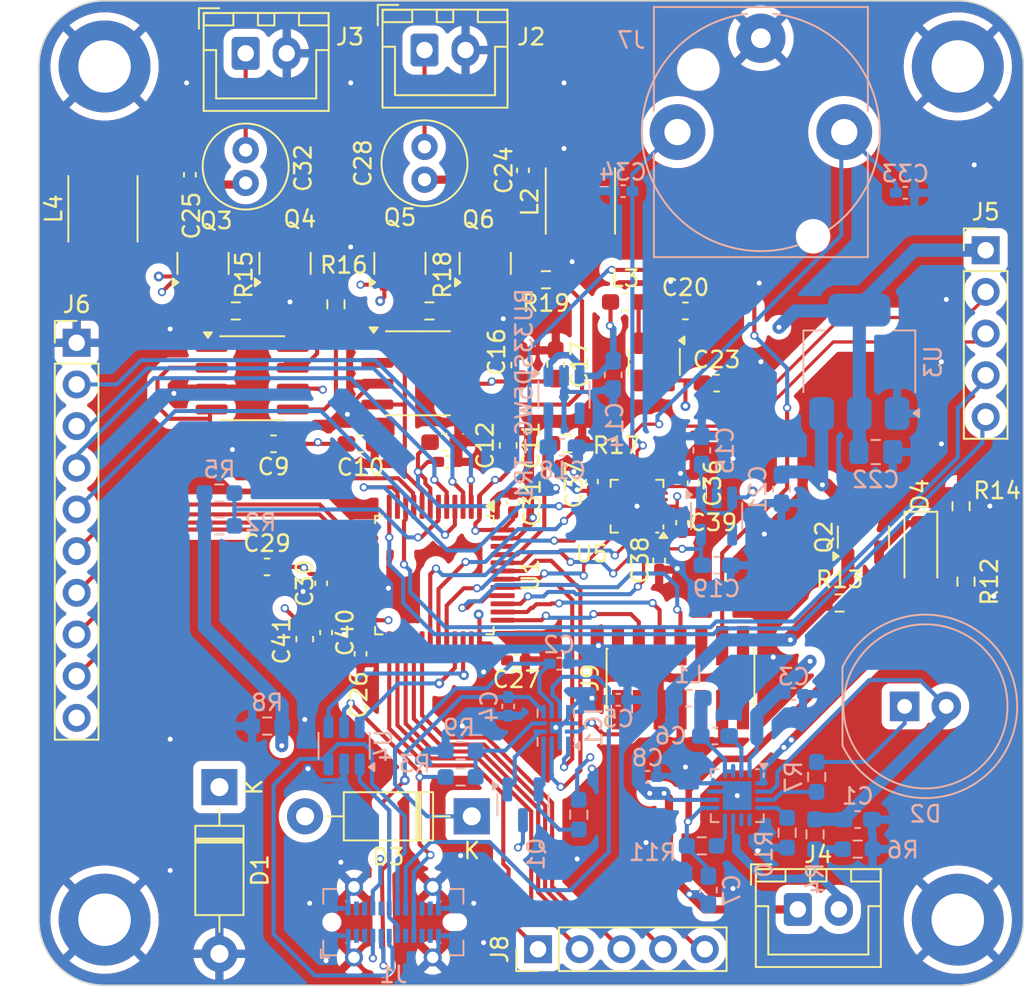
<source format=kicad_pcb>
(kicad_pcb (version 20240108) (generator "pcbnew") (generator_version "8.0")
  (layers (0 "F.Cu" signal) (1 "In1.Cu" signal) (2 "In2.Cu" signal) (31 "B.Cu" signal) (34 "B.Paste" user) (35 "F.Paste" user) (36 "B.SilkS" user "B.Silkscreen") (37 "F.SilkS" user "F.Silkscreen") (38 "B.Mask" user) (39 "F.Mask" user) (44 "Edge.Cuts" user))
  (net 0 "")
  (net 1 "Net-(BQ25306RTET1-STAT)")
  (net 2 "Net-(BQ25306RTET1-ICHG)")
  (net 5 "V_BAT-")
  (net 6 "Net-(BQ25306RTET1-FB_GND)")
  (net 7 "Net-(BQ25306RTET1-FB)")
  (net 8 "V_BAT+")
  (net 9 "Net-(BQ25306RTET1-SW-Pad13)")
  (net 10 "Net-(BQ25306RTET1-BTST)")
  (net 11 "V_SYS")
  (net 15 "UCPD_CC1")
  (net 16 "Net-(D2-K)")
  (net 17 "Net-(D4-K)")
  (net 18 "Net-(D4-A)")
  (net 19 "Net-(IC1-GATE)")
  (net 20 "Net-(IC1-SOURCE)")
  (net 21 "Net-(D1-K)")
  (net 22 "Net-(Q3-G)")
  (net 23 "Net-(IC1-VBUS_CTRL)")
  (net 24 "Net-(Q4-G)")
  (net 25 "LINEOUT_R")
  (net 26 "LINEOUT_L")
  (net 27 "A Encodeur 1")
  (net 28 "B Encodeur 1")
  (net 29 "A Encodeur 2")
  (net 30 "B Encodeur 2")
  (net 31 "V_sense")
  (net 32 "REGN")
  (net 33 "OUT_L")
  (net 34 "OUT_R")
  (net 35 "band1")
  (net 36 "SYS_MCLK")
  (net 37 "LIGHT")
  (net 39 "TIM3_CH1")
  (net 40 "TIM3_CH2")
  (net 41 "TIM3_CH3")
  (net 42 "TIM3_CH4")
  (net 44 "EQ_BAND_BTN")
  (net 45 "band3")
  (net 46 "Potar_volume")
  (net 47 "band2")
  (net 48 "I2S_SCLK")
  (net 49 "I2S_LRCLK")
  (net 50 "I2S_DIN")
  (net 51 "USB_DM")
  (net 52 "USB_DP")
  (net 53 "I2S_DOUT")
  (net 54 "CTRL_DATA")
  (net 55 "UCPD_CC2")
  (net 56 "CTRL_CLK")
  (net 58 "NRST")
  (net 59 "Net-(C24-Pad1)")
  (net 60 "Net-(C25-Pad1)")
  (net 63 "GND")
  (net 64 "Net-(J3-Pin_1)")
  (net 65 "LINEIN_R")
  (net 66 "LINEIN_L")
  (net 67 "V_AMPLIFIER_L")
  (net 68 "Net-(Q5-G)")
  (net 69 "Net-(Q6-G)")
  (net 70 "V_HO_R")
  (net 71 "V_LO_R")
  (net 72 "V_HO_L")
  (net 73 "V_LO_L")
  (net 76 "band0")
  (net 77 "V_AMPLIFIER_R")
  (net 78 "SWDIO")
  (net 89 "SWCLK")
  (net 90 "SWO")
  (net 91 "Net-(U1-PB8)")
  (net 92 "V_BUS")
  (net 93 "+5V")
  (net 94 "Net-(BU33SD5WG-TR3-VIN)")
  (net 96 "Net-(D3-K)")
  (net 97 "Net-(J2-Pin_1)")
  (net 98 "Net-(U5-VAG)")
  (net 105 "Net-(J1-D+-PadA6)")
  (net 106 "Net-(J1-D--PadA7)")
  (net 112 "+3.3V")
  (net 113 "+1V8")
  (net 114 "+3.3VA")
  (net 115 "UCPD_CC1c")
  (net 116 "UCPD_CC2c")
  (footprint "Capacitor_SMD:C_0402_1005Metric_Pad0.74x0.62mm_HandSolder" (layer "F.Cu") (at 133.2 75.6 90)
    (property "Reference" "C25")
    (property "Value" "10u")
  )
  (footprint "Package_TO_SOT_SMD:SOT-23" (layer "F.Cu") (at 174.25 97.6875 90)
    (property "Reference" "Q2")
    (property "Value" "SI2303CDS-T1-GE3" (hide yes))
  )
  (footprint "Package_DFN_QFN:QFN-20-1EP_3x3mm_P0.4mm_EP1.65x1.65mm" (layer "F.Cu") (at 160.45 95.8 180)
    (property "Reference" "U5")
    (property "Value" "SGTL5000XNLA3")
  )
  (footprint "Package_SO:SOIC-8_3.9x4.9mm_P1.27mm" (layer "F.Cu") (at 147.1 87.7)
    (property "Reference" "UCC27325DR2" (hide yes))
    (property "Value" "~")
  )
  (footprint "Capacitor_SMD:C_0603_1608Metric_Pad1.08x0.95mm_HandSolder" (layer "F.Cu") (at 163.4 83.9)
    (property "Reference" "C20")
    (property "Value" "1u")
  )
  (footprint "Inductor_SMD:L_Vishay_IFSC-1515AH_4x4x1.8mm" (layer "F.Cu") (at 127.9 77.675 90)
    (property "Reference" "L4")
    (property "Value" "6u3")
  )
  (footprint "Package_TO_SOT_SMD:SOT-23" (layer "F.Cu") (at 139 81 90)
    (property "Reference" "Q4")
    (property "Value" "SI2303CDS-T1-GE3" (hide yes))
  )
  (footprint "Resistor_SMD:R_0603_1608Metric_Pad0.98x0.95mm_HandSolder" (layer "F.Cu") (at 180.5 100.4 -90)
    (property "Reference" "R12")
    (property "Value" "1k")
  )
  (footprint "Resistor_SMD:R_0603_1608Metric_Pad0.98x0.95mm_HandSolder" (layer "F.Cu") (at 136 83.9 180)
    (property "Reference" "R15")
    (property "Value" "10" (hide yes))
  )
  (footprint "Capacitor_SMD:C_0402_1005Metric_Pad0.74x0.62mm_HandSolder" (layer "F.Cu") (at 148.9 93.1 180)
    (property "Reference" "C13" (hide yes))
    (property "Value" "100n")
  )
  (footprint "Capacitor_SMD:C_0402_1005Metric_Pad0.74x0.62mm_HandSolder" (layer "F.Cu") (at 163.9 94.4 -90)
    (property "Reference" "C36")
    (property "Value" "100n")
  )
  (footprint "Package_TO_SOT_SMD:SOT-23" (layer "F.Cu") (at 146 81 90)
    (property "Reference" "Q5")
    (property "Value" "SI2304DDS-T1-GE3" (hide yes))
  )
  (footprint "Resistor_SMD:R_0603_1608Metric_Pad0.98x0.95mm_HandSolder" (layer "F.Cu") (at 147.8 83.9 180)
    (property "Reference" "R18")
    (property "Value" "10")
  )
  (footprint "Capacitor_SMD:C_0603_1608Metric_Pad1.08x0.95mm_HandSolder" (layer "F.Cu") (at 153.3 87.2 -90)
    (property "Reference" "C16")
    (property "Value" "0.1u")
  )
  (footprint "Connector_PinHeader_2.54mm:PinHeader_1x05_P2.54mm_Vertical" (layer "F.Cu") (at 181.7 80.2)
    (property "Reference" "J5")
    (property "Value" "Conn_01x05" (hide yes))
  )
  (footprint "Capacitor_SMD:C_0402_1005Metric_Pad0.74x0.62mm_HandSolder" (layer "F.Cu") (at 153.1 105.2 180)
    (property "Reference" "C27")
    (property "Value" "100n")
  )
  (footprint "Capacitor_THT:C_Radial_D5.0mm_H11.0mm_P2.00mm" (layer "F.Cu") (at 147.5 75.9 90)
    (property "Reference" "C28")
    (property "Value" "100u")
  )
  (footprint "Diode_THT:D_DO-41_SOD81_P10.16mm_Horizontal" (layer "F.Cu") (at 135 112.92 -90)
    (property "Reference" "D1")
    (property "Value" "1N5817")
  )
  (footprint "Capacitor_SMD:C_0402_1005Metric_Pad0.74x0.62mm_HandSolder" (layer "F.Cu") (at 141.5 103.5 -90)
    (property "Reference" "C40")
    (property "Value" "10n")
  )
  (footprint "Capacitor_SMD:C_0402_1005Metric_Pad0.74x0.62mm_HandSolder" (layer "F.Cu") (at 161.8 99.1 90)
    (property "Reference" "C38")
    (property "Value" "100n")
  )
  (footprint "Capacitor_THT:C_Radial_D5.0mm_H11.0mm_P2.00mm" (layer "F.Cu") (at 136.6 76.1 90)
    (property "Reference" "C32")
    (property "Value" "100u" (hide yes))
  )
  (footprint "Resistor_SMD:R_0603_1608Metric_Pad0.98x0.95mm_HandSolder" (layer "F.Cu") (at 156.2 92 180)
    (property "Reference" "R17")
    (property "Value" "510")
  )
  (footprint "Package_SO:SOIC-8_3.9x4.9mm_P1.27mm" (layer "F.Cu") (at 137 88)
    (property "Reference" "UCC27325DR1" (hide yes))
    (property "Value" "~" (hide yes))
  )
  (footprint "Capacitor_SMD:C_0402_1005Metric_Pad0.74x0.62mm_HandSolder" (layer "F.Cu") (at 163.2 96.8 90)
    (property "Reference" "C39")
    (property "Value" "100n")
  )
  (footprint "Capacitor_SMD:C_0603_1608Metric_Pad1.08x0.95mm_HandSolder" (layer "F.Cu") (at 138.3 92)
    (property "Reference" "C9")
    (property "Value" "0.1u")
  )
  (footprint "Capacitor_SMD:C_0402_1005Metric_Pad0.74x0.62mm_HandSolder" (layer "F.Cu") (at 152.9 95.6 -90)
    (property "Reference" "C31")
    (property "Value" "100n")
  )
  (footprint "Inductor_SMD:L_Vishay_IFSC-1515AH_4x4x1.8mm" (layer "F.Cu") (at 157 77.2 90)
    (property "Reference" "L2")
    (property "Value" "6u3")
  )
  (footprint "Package_QFP:LQFP-48_7x7mm_P0.5mm" (layer "F.Cu") (at 148.1 100 -90)
    (property "Reference" "U1")
    (property "Value" "STM32G491CET6")
  )
  (footprint "MountingHole:MountingHole_3.2mm_M3_DIN965_Pad" (layer "F.Cu") (at 128 121)
    (property "Reference" "H2" (hide yes))
    (property "Value" "MountingHole_Pad" (hide yes))
  )
  (footprint "Capacitor_SMD:C_0603_1608Metric_Pad1.08x0.95mm_HandSolder" (layer "F.Cu") (at 143.6 92 180)
    (property "Reference" "C10")
    (property "Value" "1.0u")
  )
  (footprint "Resistor_SMD:R_0603_1608Metric_Pad0.98x0.95mm_HandSolder" (layer "F.Cu") (at 180.2 95.8 -90)
    (property "Reference" "R14")
    (property "Value" "10k" (hide yes))
  )
  (footprint "Capacitor_SMD:C_0402_1005Metric_Pad0.74x0.62mm_HandSolder" (layer "F.Cu") (at 141.2 100.5 90)
    (property "Reference" "C30")
    (property "Value" "100n")
  )
  (footprint "Package_TO_SOT_SMD:SOT-23-5" (layer "F.Cu") (at 161.5 87 -90)
    (property "Reference" "BU33SD5WG-TR3" (hide yes))
    (property "Value" "LM1117DT-3.3" (hide yes))
  )
  (footprint "Inductor_SMD:L_0603_1608Metric_Pad1.05x0.95mm_HandSolder" (layer "F.Cu") (at 159.711 83.352)
    (property "Reference" "L3")
    (property "Value" "39n")
  )
  (footprint "Connector_JST:JST_XH_B2B-XH-A_1x02_P2.50mm_Vertical" (layer "F.Cu") (at 136.6 68.2)
    (property "Reference" "J3")
    (property "Value" "Conn_01x02" (hide yes))
  )
  (footprint "MountingHole:MountingHole_3.2mm_M3_DIN965_Pad" (layer "F.Cu") (at 180 121)
    (property "Reference" "H1" (hide yes))
    (property "Value" "MountingHole_Pad" (hide yes))
  )
  (footprint "Resistor_SMD:R_0603_1608Metric_Pad0.98x0.95mm_HandSolder" (layer "F.Cu") (at 142.1 83.5 90)
    (property "Reference" "R16")
    (property "Value" "10" (hide yes))
  )
  (footprint "Capacitor_SMD:C_0603_1608Metric_Pad1.08x0.95mm_HandSolder" (layer "F.Cu") (at 140.2 103.9 -90)
    (property "Reference" "C41")
    (property "Value" "1u")
  )
  (footprint "Capacitor_SMD:C_0603_1608Metric_Pad1.08x0.95mm_HandSolder" (layer "F.Cu") (at 137.9 99.5)
    (property "Reference" "C29")
    (property "Value" "1u")
  )
  (footprint "Capacitor_SMD:C_0402_1005Metric_Pad0.74x0.62mm_HandSolder" (layer "F.Cu") (at 157.7 94.3 90)
    (property "Reference" "C37")
    (property "Value" "100n")
  )
  (footprint "Resistor_SMD:R_0603_1608Metric_Pad0.98x0.95mm_HandSolder" (layer "F.Cu") (at 172.8 101.7)
    (property "Reference" "R13")
    (property "Value" "1M1")
  )
  (footprint "Capacitor_SMD:C_0402_1005Metric_Pad0.74x0.62mm_HandSolder" (layer "F.Cu") (at 153.5 75.3325 90)
    (property "Reference" "C24")
    (property "Value" "10u")
  )
  (footprint "Package_TO_SOT_SMD:SOT-23" (layer "F.Cu") (at 134 81 90)
    (property "Reference" "Q3")
    (property "Value" "SI2304DDS-T1-GE3" (hide yes))
  )
  (footprint "Connector_PinHeader_1.27mm:PinHeader_2x07_P1.27mm_Vertical_SMD" (layer "F.Cu") (at 163.1 106.25 90)
    (property "Reference" "J9")
    (property "Value" "Conn_ST_STDC14" (hide yes))
  )
  (footprint "MountingHole:MountingHole_3.2mm_M3_DIN965_Pad" (layer "F.Cu") (at 128 69)
    (property "Reference" "H4" (hide yes))
    (property "Value" "MountingHole_Pad" (hide yes))
  )
  (footprint "Capacitor_SMD:C_0402_1005Metric_Pad0.74x0.62mm_HandSolder" (layer "F.Cu") (at 143.6 104.8 90)
    (property "Reference" "C26")
    (property "Value" "100n")
  )
  (footprint "Diode_THT:D_DO-41_SOD81_P10.16mm_Horizontal" (layer "F.Cu") (at 150.38 114.7 180)
    (property "Reference" "D3")
    (property "Value" "1N5817")
  )
  (footprint "Connector_PinHeader_2.54mm:PinHeader_1x10_P2.54mm_Vertical" (layer "F.Cu") (at 126.3 85.84)
    (property "Reference" "J6")
    (property "Value" "Conn_01x10")
  )
  (footprint "Connector_JST:JST_XH_B2B-XH-A_1x02_P2.50mm_Vertical" (layer "F.Cu") (at 147.5 68)
    (property "Reference" "J2")
    (property "Value" "Conn_01x02")
  )
  (footprint "Resistor_SMD:R_0603_1608Metric_Pad0.98x0.95mm_HandSolder" (layer "F.Cu") (at 154.9 82 180)
    (property "Reference" "R19")
    (property "Value" "10")
  )
  (footprint "Capacitor_SMD:C_0603_1608Metric_Pad1.08x0.95mm_HandSolder" (layer "F.Cu") (at 152.6 92.1 -90)
    (property "Reference" "C11")
    (property "Value" "4.7u")
  )
  (footprint "Connector_JST:JST_XH_B2B-XH-A_1x02_P2.50mm_Vertical" (layer "F.Cu") (at 170.25 120.375)
    (property "Reference" "J4")
    (property "Value" "Conn_01x02" (hide yes))
  )
  (footprint "Connector_PinHeader_2.54mm:PinHeader_1x05_P2.54mm_Vertical" (layer "F.Cu") (at 154.42 122.8 90)
    (property "Reference" "J8")
    (property "Value" "Conn_01x05" (hide yes))
  )
  (footprint "Package_TO_SOT_SMD:SOT-23" (layer "F.Cu") (at 151.2 81 90)
    (property "Reference" "Q6")
    (property "Value" "SI2303CDS-T1-GE3" (hide yes))
  )
  (footprint "Capacitor_SMD:C_0603_1608Metric_Pad1.08x0.95mm_HandSolder" (layer "F.Cu") (at 155.5 87.1625 -90)
    (property "Reference" "C17")
    (property "Value" "1.0u")
  )
  (footprint "Capacitor_SMD:C_0603_1608Metric_Pad1.08x0.95mm_HandSolder" (layer "F.Cu") (at 148.7 91.9 180)
    (property "Reference" "C12")
    (property "Value" "1u")
  )
  (footprint "Capacitor_SMD:C_0603_1608Metric_Pad1.08x0.95mm_HandSolder" (layer "F.Cu") (at 165.3 88.3)
    (property "Reference" "C23")
    (property "Value" "1u")
  )
  (footprint "Diode_SMD:D_SOD-123" (layer "F.Cu") (at 177.75 98.5 -90)
    (property "Reference" "D4")
    (property "Value" "1N4148W" (hide yes))
  )
  (footprint "MountingHole:MountingHole_3.2mm_M3_DIN965_Pad" (layer "F.Cu") (at 180 69)
    (property "Reference" "H3" (hide yes))
    (property "Value" "MountingHole_Pad" (hide yes))
  )
  (footprint "Capacitor_SMD:C_0402_1005Metric_Pad0.74x0.62mm_HandSolder" (layer "B.Cu") (at 159.6 76.6 180)
    (property "Reference" "C34")
    (property "Value" "10u")
  )
  (footprint "Package_TO_SOT_SMD:SOT-23-5" (layer "B.Cu") (at 156 89 -90)
    (property "Reference" "BU33SD5WG-TR1")
    (property "Value" "LM1117DT-3.3")
  )
  (footprint "Capacitor_SMD:C_0402_1005Metric_Pad0.74x0.62mm_HandSolder" (layer "B.Cu") (at 176.8 76.7 180)
    (property "Reference" "C33")
    (property "Value" "10u")
  )
  (footprint "Capacitor_SMD:C_0402_1005Metric_Pad0.74x0.62mm_HandSolder" (layer "B.Cu") (at 170 107.25)
    (property "Reference" "C3")
    (property "Value" "10u")
  )
  (footprint "Capacitor_SMD:C_0805_2012Metric_Pad1.18x1.45mm_HandSolder" (layer "B.Cu") (at 175 92.5)
    (property "Reference" "C22")
    (property "Value" "22u")
  )
  (footprint "Capacitor_SMD:C_0603_1608Metric_Pad1.08x0.95mm_HandSolder" (layer "B.Cu") (at 155.9 92.2)
    (property "Reference" "C18")
    (property "Value" "1u")
  )
  (footprint "Capacitor_SMD:C_0603_1608Metric_Pad1.08x0.95mm_HandSolder" (layer "B.Cu") (at 165.3 99.4)
    (property "Reference" "C19")
    (property "Value" "1u")
  )
  (footprint "Connector_Audio:Jack_6.35mm_Neutrik_NJ3FD-V_Vertical" (layer "B.Cu") (at 168 67.28 180)
    (property "Reference" "J7")
    (property "Value" "AudioJack3")
  )
  (footprint "Package_DFN_QFN:LQFN-12-1EP_2x2mm_P0.5mm_EP0.7x0.7mm" (layer "B.Cu") (at 155.5 109.2875 90)
    (property "Reference" "IC1")
    (property "Value" "TCPP01-M12")
  )
  (footprint "Package_TO_SOT_SMD:SOT-23" (layer "B.Cu") (at 153.5 114 -90)
    (property "Reference" "Q1")
    (property "Value" "SI2304DDS-T1-GE3")
  )
  (footprint "Package_DFN_QFN:WQFN-16-1EP_3x3mm_P0.5mm_EP1.75x1.75mm" (layer "B.Cu") (at 166.56 113.44 180)
    (property "Reference" "BQ25306RTET1" (hide yes))
    (property "Value" "~")
  )
  (footprint "Resistor_SMD:R_0603_1608Metric_Pad0.98x0.95mm_HandSolder" (layer "B.Cu") (at 171.4 112.3 90)
    (property "Reference" "R7")
    (property "Value" "1k" (hide yes))
  )
  (footprint "Capacitor_SMD:C_0603_1608Metric_Pad1.08x0.95mm_HandSolder" (layer "B.Cu") (at 173.9 114.9 180)
    (property "Reference" "C1")
    (property "Value" "2.2u")
  )
  (footprint "Resistor_SMD:R_0603_1608Metric_Pad0.98x0.95mm_HandSolder" (layer "B.Cu") (at 173.9 116.7)
    (property "Reference" "R6")
    (property "Value" "23.2k" (hide yes))
  )
  (footprint "Capacitor_SMD:C_0603_1608Metric_Pad1.08x0.95mm_HandSolder" (layer "B.Cu") (at 169.25 94.75 -90)
    (property "Reference" "C21")
    (property "Value" "10u")
  )
  (footprint "LED_THT:LED_D10.0mm" (layer "B.Cu") (at 176.76 108)
    (property "Reference" "D2")
    (property "Value" "LED_Small")
  )
  (footprint "Resistor_SMD:R_0603_1608Metric_Pad0.98x0.95mm_HandSolder" (layer "B.Cu") (at 169.6 115.7 -90)
    (property "Reference" "R10")
    (property "Value" "23.2k")
  )
  (footprint "Capacitor_SMD:C_0402_1005Metric_Pad0.74x0.62mm_HandSolder" (layer "B.Cu") (at 155.7 105.4 180)
    (property "Reference" "C2")
    (property "Value" "10u")
  )
  (footprint "Resistor_SMD:R_0603_1608Metric_Pad0.98x0.95mm_HandSolder" (layer "B.Cu") (at 156.9 114.6 90)
    (property "Reference" "R1" (hide yes))
    (property "Value" "~")
  )
  (footprint "Capacitor_SMD:C_0402_1005Metric_Pad0.74x0.62mm_HandSolder" (layer "B.Cu") (at 159.3 107.6)
    (property "Reference" "C5")
    (property "Value" "10u")
  )
  (footprint "Resistor_SMD:R_0603_1608Metric_Pad0.98x0.95mm_HandSolder" (layer "B.Cu") (at 164.4 116.5 180)
    (property "Reference" "R11")
    (property "Value" "200k")
  )
  (footprint "Capacitor_SMD:C_0603_1608Metric_Pad1.08x0.95mm_HandSolder" (layer "B.Cu") (at 164.4 92.4 90)
    (property "Reference" "C15")
    (property "Value" "1u")
  )
  (footprint "Package_TO_SOT_SMD:SOT-223-3_TabPin2" (layer "B.Cu") (at 174 87 90)
    (property "Reference" "U3")
    (property "Value" "AZ1117-5.0")
  )
  (footprint "Resistor_SMD:R_0603_1608Metric_Pad0.98x0.95mm_HandSolder" (layer "B.Cu") (at 137.9125 109.2 180)
    (property "Reference" "R8")
    (property "Value" "~")
  )
  (footprint "Resistor_SMD:R_0603_1608Metric_Pad0.98x0.95mm_HandSolder" (layer "B.Cu") (at 135 97 180)
    (property "Reference" "R2")
    (property "Value" "~" (hide yes))
  )
  (footprint "Capacitor_SMD:C_0603_1608Metric_Pad1.08x0.95mm_HandSolder" (layer "B.Cu") (at 159 87.8 -90)
    (property "Reference" "C14")
    (property "Value" "1u")
  )
  (footprint "Resistor_SMD:R_0603_1608Metric_Pad0.98x0.95mm_HandSolder" (layer "B.Cu") (at 149.7 112.3)
    (property "Reference" "R3")
    (property "Value" "~")
  )
  (footprint "Package_TO_SOT_SMD:SOT-23-6" (layer "B.Cu") (at 142.6 110.4 90)
    (property "Reference" "U4")
    (property "Value" "USBLC6-2SC6")
  )
  (footprint "Capacitor_SMD:C_0603_1608Metric_Pad1.08x0.95mm_HandSolder" (layer "B.Cu") (at 164.8 119.2 90)
    (property "Reference" "C7")
    (property "Value" "470u")
  )
  (footprint "Connector_USB:USB_C_Receptacle_GCT_USB4115-03-C" (layer "B.Cu") (at 145.6 121.15)
    (property "Reference" "J1")
    (property "Value" "USB_C_Receptacle")
  )
  (footprint "Capacitor_SMD:C_0402_1005Metric_Pad0.74x0.62mm_HandSolder" (layer "B.Cu") (at 161.1 112.3 180)
    (property "Reference" "C8")
    (property "Value" "10u")
  )
  (footprint "Capacitor_SMD:C_0402_1005Metric_Pad0.74x0.62mm_HandSolder" (layer "B.Cu") (at 152.6 108 -90)
    (property "Reference" "C4")
    (property "Value" "10u")
  )
  (footprint "Package_TO_SOT_SMD:SOT-23-5" (layer "B.Cu") (at 165.3 96.4 -90)
    (property "Reference" "BU33SD5WG-TR2" (hide yes))
    (property "Value" "LM1117DT-3.3")
  )
  (footprint "Resistor_SMD:R_0603_1608Metric_Pad0.98x0.95mm_HandSolder" (layer "B.Cu") (at 135 95 180)
    (property "Reference" "R5")
    (property "Value" "~")
  )
  (footprint "Capacitor_SMD:C_0603_1608Metric_Pad1.08x0.95mm_HandSolder" (layer "B.Cu") (at 165.2 109.8 180)
    (property "Reference" "C6")
    (property "Value" "47nF")
  )
  (footprint "Resistor_SMD:R_0603_1608Metric_Pad0.98x0.95mm_HandSolder" (layer "B.Cu") (at 149.7 110.7 180)
    (property "Reference" "R9")
    (property "Value" "~" (hide yes))
  )
  (footprint "Inductor_SMD:L_0603_1608Metric_Pad1.05x0.95mm_HandSolder" (layer "B.Cu") (at 163.6 107.5 180)
    (property "Reference" "L1")
    (property "Value" "2.2u")
  )
  (footprint "Resistor_SMD:R_0603_1608Metric_Pad0.98x0.95mm_HandSolder" (layer "B.Cu") (at 171.3 115.8 -90)
    (property "Reference" "R4")
    (property "Value" "4.5k")
  )
  (gr_arc (start 184 121) (mid 182.828427 123.828427) (end 180 125) (stroke (width 0.1)) (layer "Edge.Cuts"))
  (gr_line (start 180 125) (end 128 125) (stroke (width 0.1)) (layer "Edge.Cuts"))
  (gr_line (start 124 121) (end 124 69) (stroke (width 0.1)) (layer "Edge.Cuts"))
  (gr_arc (start 124 69) (mid 125.171573 66.171573) (end 128 65) (stroke (width 0.1)) (layer "Edge.Cuts"))
  (gr_arc (start 180 65) (mid 182.828427 66.171573) (end 184 69) (stroke (width 0.1)) (layer "Edge.Cuts"))
  (gr_line (start 128 65) (end 180 65) (stroke (width 0.1)) (layer "Edge.Cuts"))
  (gr_arc (start 128 125) (mid 125.171573 123.828427) (end 124 121) (stroke (width 0.1)) (layer "Edge.Cuts"))
  (gr_line (start 184 69) (end 184 121) (stroke (width 0.1)) (layer "Edge.Cuts"))
  (segment (start 169.2875 113.2125) (end 168.81 113.69) (width 0.25) (layer "B.Cu") (net 1))
  (segment (start 168.81 113.69) (end 168.035 113.69) (width 0.25) (layer "B.Cu") (net 1))
  (segment (start 171.4 113.2125) (end 169.2875 113.2125) (width 0.25) (layer "B.Cu") (net 1))
  (segment (start 168.035 114.19) (end 169.0025 114.19) (width 0.25) (layer "B.Cu") (net 2))
  (segment (start 169.0025 114.19) (end 169.6 114.7875) (width 0.25) (layer "B.Cu") (net 2))
  (segment (start 166.5 116) (end 166.31 115.81) (width 0.2) (layer "B.Cu") (net 5))
  (segment (start 166.5 116) (end 166.5 116.8) (width 0.5) (layer "B.Cu") (net 5))
  (segment (start 171.3 117.8) (end 170.7 118.4) (width 0.5) (layer "B.Cu") (net 5))
  (segment (start 170.6 118.5) (end 171.7 118.5) (width 0.5) (layer "B.Cu") (net 5))
  (segment (start 172.75 119.55) (end 172.75 120.375) (width 0.5) (layer "B.Cu") (net 5))
  (segment (start 168.2 118.5) (end 170.6 118.5) (width 0.5) (layer "B.Cu") (net 5))
  (segment (start 172.975 116.7125) (end 172.9875 116.7) (width 0.5) (layer "B.Cu") (net 5))
  (segment (start 171.3 116.7125) (end 171.3 117.8) (width 0.5) (layer "B.Cu") (net 5))
  (segment (start 171.7 118.5) (end 172.75 119.55) (width 0.5) (layer "B.Cu") (net 5))
  (segment (start 171.3 116.7125) (end 172.975 116.7125) (width 0.5) (layer "B.Cu") (net 5))
  (segment (start 166.31 115.81) (end 166.31 114.915) (width 0.2) (layer "B.Cu") (net 5))
  (segment (start 172.9875 116.7) (end 172.7875 116.7) (width 0.5) (layer "B.Cu") (net 5))
  (segment (start 170.6 118.5) (end 170.7 118.4) (width 0.5) (layer "B.Cu") (net 5))
  (segment (start 166.5 116.8) (end 168.2 118.5) (width 0.5) (layer "B.Cu") (net 5))
  (segment (start 165.3125 116.5) (end 165.81 116.0025) (width 0.25) (layer "B.Cu") (net 6))
  (segment (start 165.81 116.0025) (end 165.81 115.035) (width 0.25) (layer "B.Cu") (net 6))
  (segment (start 163.6 113.1) (end 165.5 111.2) (width 0.4) (layer "F.Cu") (net 7))
  (segment (start 163.6 114.8) (end 163.6 113.1) (width 0.4) (layer "F.Cu") (net 7))
  (segment (start 173.7 101.7125) (end 173.7125 101.7) (width 0.4) (layer "F.Cu") (net 7))
  (segment (start 167.175 111.2) (end 168.575 109.8) (width 0.4) (layer "F.Cu") (net 7))
  (segment (start 168.6 109.8) (end 173.7 104.7) (width 0.4) (layer "F.Cu") (net 7))
  (segment (start 165.5 111.2) (end 167.175 111.2) (width 0.4) (layer "F.Cu") (net 7))
  (segment (start 168.575 109.8) (end 168.6 109.8) (width 0.4) (layer "F.Cu") (net 7))
  (segment (start 173.7 104.7) (end 173.7 101.7125) (width 0.4) (layer "F.Cu") (net 7))
  (via (at 163.555636 115.021654) (size 0.5) (drill 0.3) (layers "F.Cu" "B.Cu") (net 7))
  (segment (start 164.41 114.19) (end 165.085 114.19) (width 0.25) (layer "B.Cu") (net 7))
  (segment (start 163.4875 116.5) (end 163.4875 116.5875) (width 0.25) (layer "B.Cu") (net 7))
  (segment (start 163.4875 115.1125) (end 163.555636 115.044364) (width 0.25) (layer "B.Cu") (net 7))
  (segment (start 164.8 117.9) (end 164.8 118.3375) (width 0.25) (layer "B.Cu") (net 7))
  (segment (start 163.578346 115.021654) (end 164.41 114.19) (width 0.25) (layer "B.Cu") (net 7))
  (segment (start 163.555636 115.044364) (end 163.555636 115.021654) (width 0.25) (layer "B.Cu") (net 7))
  (segment (start 163.555636 115.021654) (end 163.578346 115.021654) (width 0.25) (layer "B.Cu") (net 7))
  (segment (start 163.4875 116.5875) (end 164.8 117.9) (width 0.25) (layer "B.Cu") (net 7))
  (segment (start 163.4875 116.5) (end 163.4875 115.1125) (width 0.25) (layer "B.Cu") (net 7))
  (segment (start 173.3 100.2875) (end 173.3 98.625) (width 0.8) (layer "F.Cu") (net 8))
  (segment (start 169.8 103.7875) (end 173.3 100.2875) (width 0.8) (layer "F.Cu") (net 8))
  (segment (start 162.4 118.2) (end 163.65 119.45) (width 0.5) (layer "F.Cu") (net 8))
  (segment (start 169.8 103.95) (end 169.8 103.7875) (width 0.8) (layer "F.Cu") (net 8))
  (segment (start 162.4 113.6) (end 162.4 118.2) (width 0.5) (layer "F.Cu") (net 8))
  (segment (start 162.1 113.3) (end 162.4 113.6) (width 0.5) (layer "F.Cu") (net 8))
  (segment (start 164.575 120.375) (end 169.875 120.375) (width 0.5) (layer "F.Cu") (net 8))
  (segment (start 170.25 120.375) (end 169.875 120.375) (width 0.2) (layer "F.Cu") (net 8))
  (segment (start 163.65 119.45) (end 164.575 120.375) (width 0.5) (layer "F.Cu") (net 8))
  (segment (start 162.1 113.3) (end 161.2225 113.3) (width 0.5) (layer "F.Cu") (net 8))
  (via (at 163.65 119.45) (size 0.5) (drill 0.3) (layers "F.Cu" "B.Cu") (net 8))
  (via (at 169.8 103.95) (size 0.5) (drill 0.3) (layers "F.Cu" "B.Cu") (net 8))
  (via (at 161.2225 113.3) (size 0.6) (drill 0.3) (layers "F.Cu" "B.Cu") (net 8))
  (via (at 162.1 113.3) (size 0.5) (drill 0.3) (layers "F.Cu" "B.Cu") (net 8))
  (segment (start 164.1875 119.45) (end 164.8 120.0625) (width 0.5) (layer "B.Cu") (net 8))
  (segment (start 160.5325 112.61) (end 160.5325 112.3) (width 0.8) (layer "B.Cu") (net 8))
  (segment (start 162.6 109.0625) (end 162.6 107.1) (width 0.8) (layer "B.Cu") (net 8))
  (segment (start 161.2225 113.3) (end 160.5325 112.61) (width 0.8) (layer "B.Cu") (net 8))
  (segment (start 162.1 113.3) (end 162.5 113.7) (width 0.25) (layer "B.Cu") (net 8))
  (segment (start 165.075 113.7) (end 165.085 113.69) (width 0.25) (layer "B.Cu") (net 8))
  (segment (start 162.5 113.7) (end 165.075 113.7) (width 0.25) (layer "B.Cu") (net 8))
  (segment (start 160.5325 112.3) (end 160.5325 111.13) (width 0.8) (layer "B.Cu") (net 8))
  (segment (start 160.5325 111.13) (end 162.6 109.0625) (width 0.8) (layer "B.Cu") (net 8))
  (segment (start 162.6 107.1) (end 165.75 103.95) (width 0.8) (layer "B.Cu") (net 8))
  (segment (start 163.65 119.45) (end 164.1875 119.45) (width 0.5) (layer "B.Cu") (net 8))
  (segment (start 161.2225 113.3) (end 162.1 113.3) (width 0.8) (layer "B.Cu") (net 8))
  (segment (start 165.75 103.95) (end 169.8 103.95) (width 0.8) (layer "B.Cu") (net 8))
  (segment (start 166.31 111.965) (end 165.93 111.965) (width 0.25) (layer "B.Cu") (net 9))
  (segment (start 165.81 111.965) (end 165.81 111.2725) (width 0.25) (layer "B.Cu") (net 9))
  (segment (start 164.3375 109.8) (end 164.3375 107.6375) (width 0.8) (layer "B.Cu") (net 9))
  (segment (start 164.3375 107.6375) (end 164.475 107.5) (width 0.8) (layer "B.Cu") (net 9))
  (segment (start 165.81 111.2725) (end 164.3375 109.8) (width 0.25) (layer "B.Cu") (net 9))
  (segment (start 166.31 111.6225) (end 166.31 111.965) (width 0.25) (layer "B.Cu") (net 9))
  (segment (start 166.81 110.5475) (end 166.0625 109.8) (width 0.25) (layer "B.Cu") (net 10))
  (segment (start 166.81 112.085) (end 166.81 110.5475) (width 0.25) (layer "B.Cu") (net 10))
  (segment (start 133.05 81.9375) (end 132.3125 81.9375) (width 0.25) (layer "F.Cu") (net 11))
  (segment (start 144.6875 82.3) (end 145.05 81.9375) (width 0.25) (layer "F.Cu") (net 11))
  (segment (start 145.05 83.05) (end 144.8 83.3) (width 0.25) (layer "F.Cu") (net 11))
  (segment (start 132.175 81.8) (end 132.3125 81.9375) (width 0.25) (layer "F.Cu") (net 11))
  (segment (start 172 94.5) (end 171.75 94.5) (width 0.8) (layer "F.Cu") (net 11))
  (segment (start 145.05 81.9375) (end 145.05 83.05) (width 0.25) (layer "F.Cu") (net 11))
  (segment (start 131.3 81.8) (end 132.175 81.8) (width 0.25) (layer "F.Cu") (net 11))
  (segment (start 132.3125 81.9375) (end 131.5 82.75) (width 0.25) (layer "F.Cu") (net 11))
  (segment (start 174.25 96.75) (end 172 94.5) (width 0.8) (layer "F.Cu") (net 11))
  (segment (start 143.6 82.3) (end 144.6875 82.3) (width 0.25) (layer "F.Cu") (net 11))
  (via (at 131.3 81.8) (size 0.6) (drill 0.3) (layers "F.Cu" "B.Cu") (net 11))
  (via (at 144.8 83.3) (size 0.6) (drill 0.3) (layers "F.Cu" "B.Cu") (net 11))
  (via (at 171.75 94.5) (size 0.5) (drill 0.3) (layers "F.Cu" "B.Cu") (net 11))
  (via (at 171 105.25) (size 0.5) (drill 0.3) (layers "F.Cu" "B.Cu") (net 11))
  (via (at 143.6 82.3) (size 0.5) (drill 0.3) (layers "F.Cu" "B.Cu") (net 11))
  (via (at 131.5 82.75) (size 0.5) (drill 0.3) (layers "F.Cu" "B.Cu") (net 11))
  (segment (start 171.7 91.15) (end 171.7 94.45) (width 0.8) (layer "B.Cu") (net 11))
  (segment (start 167.75 110.75) (end 167.31 111.19) (width 0.25) (layer "B.Cu") (net 11))
  (segment (start 167.75 110) (end 167.75 108.4625) (width 0.8) (layer "B.Cu") (net 11))
  (segment (start 169 107.25) (end 171 105.25) (width 0.8) (layer "B.Cu") (net 11))
  (segment (start 167.31 111.19) (end 167.31 111.965) (width 0.25) (layer "B.Cu") (net 11))
  (segment (start 167.75 108.4625) (end 168.9625 107.25) (width 0.8) (layer "B.Cu") (net 11))
  (segment (start 169.25 93.7125) (end 170.9625 93.7125) (width 0.8) (layer "B.Cu") (net 11))
  (segment (start 168.9625 107.25) (end 169 107.25) (width 0.8) (layer "B.Cu") (net 11))
  (segment (start 167.75 110) (end 167.75 110.75) (width 0.25) (layer "B.Cu") (net 11))
  (segment (start 171.7 94.45) (end 171.75 94.5) (width 0.25) (layer "B.Cu") (net 11))
  (segment (start 170.9625 93.7125) (end 171.75 94.5) (width 0.8) (layer "B.Cu") (net 11))
  (segment (start 157 111.9) (end 157 100.900001) (width 0.25) (layer "F.Cu") (net 15))
  (segment (start 153.65 99.75) (end 152.1625 99.75) (width 0.25) (layer "F.Cu") (net 15))
  (segment (start 155.224999 99.125) (end 154.275 99.125) (width 0.25) (layer "F.Cu") (net 15))
  (segment (start 155.8 112.9) (end 156 112.9) (width 0.25) (layer "F.Cu") (net 15))
  (segment (start 156 112.9) (end 157 111.9) (width 0.25) (layer "F.Cu") (net 15))
  (segment (start 154.275 99.125) (end 153.65 99.75) (width 0.25) (layer "F.Cu") (net 15))
  (segment (start 157 100.900001) (end 155.224999 99.125) (width 0.25) (layer "F.Cu") (net 15))
  (via (at 155.8 112.9) (size 0.5) (drill 0.3) (layers "F.Cu" "B.Cu") (net 15))
  (segment (start 155.25 112.35) (end 155.25 110.25) (width 0.25) (layer "B.Cu") (net 15))
  (segment (start 155.8 112.9) (end 155.25 112.35) (width 0.25) (layer "B.Cu") (net 15))
  (segment (start 176.76 109.04) (end 176.76 108) (width 0.25) (layer "B.Cu") (net 16))
  (segment (start 174.4125 111.3875) (end 176.76 109.04) (width 0.25) (layer "B.Cu") (net 16))
  (segment (start 171.4 111.4875) (end 171.4 111.3875) (width 0.25) (layer "B.Cu") (net 16))
  (segment (start 171.4 111.3875) (end 174.4125 111.3875) (width 0.25) (layer "B.Cu") (net 16))
  (segment (start 176.975 96.85) (end 177.75 96.85) (width 0.4) (layer "F.Cu") (net 17))
  (segment (start 177.8875 96.7125) (end 177.75 96.85) (width 0.4) (layer "F.Cu") (net 17))
  (segment (start 175.2 98.625) (end 176.975 96.85) (width 0.4) (layer "F.Cu") (net 17))
  (segment (start 180.2 96.7125) (end 177.8875 96.7125) (width 0.4) (layer "F.Cu") (net 17))
  (segment (start 178.95 100.15) (end 177.75 100.15) (width 0.4) (layer "F.Cu") (net 18))
  (segment (start 180.5 99.4875) (end 179.6125 99.4875) (width 0.4) (layer "F.Cu") (net 18))
  (segment (start 179.6125 99.4875) (end 178.95 100.15) (width 0.4) (layer "F.Cu") (net 18))
  (segment (start 154.325 109.748114) (end 154.325 109.775) (width 0.25) (layer "B.Cu") (net 19))
  (segment (start 154.325 109.775) (end 153 111.1) (width 0.25) (layer "B.Cu") (net 19))
  (segment (start 154.535614 109.5375) (end 154.325 109.748114) (width 0.25) (layer "B.Cu") (net 19))
  (segment (start 154.5375 109.5375) (end 154.535614 109.5375) (width 0.25) (layer "B.Cu") (net 19))
  (segment (start 153 112.6125) (end 152.55 113.0625) (width 0.25) (layer "B.Cu") (net 19))
  (segment (start 153 111.1) (end 153 112.6125) (width 0.25) (layer "B.Cu") (net 19))
  (segment (start 154.75 110.25) (end 154.75 112.7625) (width 0.25) (layer "B.Cu") (net 20))
  (segment (start 156.8 115.5125) (end 155.7125 115.5125) (width 0.25) (layer "B.Cu") (net 20))
  (segment (start 154.45 114.25) (end 154.45 113.0625) (width 0.25) (layer "B.Cu") (net 20))
  (segment (start 155.7125 115.5125) (end 154.45 114.25) (width 0.25) (layer "B.Cu") (net 20))
  (segment (start 154.75 112.7625) (end 154.45 113.0625) (width 0.25) (layer "B.Cu") (net 20))
  (segment (start 147.2 112) (end 143 107.8) (width 0.25) (layer "F.Cu") (net 21))
  (segment (start 147.2 116.4) (end 147.2 112.3) (width 0.25) (layer "F.Cu") (net 21))
  (segment (start 147.857428 117.057428) (end 147.2 116.4) (width 0.25) (layer "F.Cu") (net 21))
  (segment (start 147.2 112.3) (end 147.2 112) (width 0.25) (layer "F.Cu") (net 21))
  (via (at 147.857428 117.057428) (size 0.5) (drill 0.3) (layers "F.Cu" "B.Cu") (net 21))
  (via (at 143 107.8) (size 0.5) (drill 0.3) (layers "F.Cu" "B.Cu") (net 21))
  (via (at 147.2 112.3) (size 0.5) (drill 0.3) (layers "F.Cu" "B.Cu") (net 21))
  (via (at 153.2 116.6) (size 0.5) (drill 0.3) (layers "F.Cu" "B.Cu") (net 21))
  (via (at 144.35 123.35) (size 0.5) (drill 0.3) (layers "F.Cu" "B.Cu") (net 21))
  (via (at 144.8 117.3) (size 0.5) (drill 0.3) (layers "F.Cu" "B.Cu") (net 21))
  (segment (start 142.6 108.2) (end 143 107.8) (width 0.25) (layer "B.Cu") (net 21))
  (segment (start 144.35 119.25) (end 144.35 120.315) (width 0.25) (layer "B.Cu") (net 21))
  (segment (start 147.2 112.3) (end 148.7875 112.3) (width 0.25) (layer "B.Cu") (net 21))
  (segment (start 144.8 118.8) (end 144.35 119.25) (width 0.25) (layer "B.Cu") (net 21))
  (segment (start 144.8 117.3) (end 144.8 118.8) (width 0.25) (layer "B.Cu") (net 21))
  (segment (start 153.5 116.3) (end 153.5 114.9375) (width 0.25) (layer "B.Cu") (net 21))
  (segment (start 153.2 116.6) (end 153.5 116.3) (width 0.25) (layer "B.Cu") (net 21))
  (segment (start 147.857428 117.057428) (end 146.85 118.064856) (width 0.25) (layer "B.Cu") (net 21))
  (segment (start 146.85 118.064856) (end 146.85 121.67) (width 0.25) (layer "B.Cu") (net 21))
  (segment (start 140.417082 114.7) (end 140.22 114.7) (width 0.25) (layer "B.Cu") (net 21))
  (segment (start 144.35 123.35) (end 144.35 121.67) (width 0.25) (layer "B.Cu") (net 21))
  (segment (start 142.6 109.2625) (end 142.6 108.2) (width 0.25) (layer "B.Cu") (net 21))
  (segment (start 134.95 83.7625) (end 134.95 82.0375) (width 0.25) (layer "F.Cu") (net 22))
  (segment (start 154.5375 109.0375) (end 154.0625 109.0375) (width 0.25) (layer "B.Cu") (net 23))
  (segment (start 150.6125 112.3) (end 150.6125 110.7) (width 0.25) (layer "B.Cu") (net 23))
  (segment (start 152.4 110.7) (end 150.8125 110.7) (width 0.25) (layer "B.Cu") (net 23))
  (segment (start 154.0625 109.0375) (end 152.4 110.7) (width 0.25) (layer "B.Cu") (net 23))
  (segment (start 150.8125 110.7) (end 150.6625 110.55) (width 0.25) (layer "B.Cu") (net 23))
  (segment (start 140.6 82.5875) (end 142.1 82.5875) (width 0.25) (layer "F.Cu") (net 24))
  (segment (start 139.95 81.9375) (end 140.6 82.5875) (width 0.25) (layer "F.Cu") (net 24))
  (segment (start 172.41 85.79) (end 166.9 91.3) (width 0.2) (layer "F.Cu") (net 25))
  (segment (start 181.515 85.79) (end 172.41 85.79) (width 0.2) (layer "F.Cu") (net 25))
  (segment (start 161.25 93.85) (end 161.25 94.35) (width 0.2) (layer "F.Cu") (net 25))
  (segment (start 163.8 91.3) (end 161.25 93.85) (width 0.2) (layer "F.Cu") (net 25))
  (segment (start 166.9 91.3) (end 163.8 91.3) (width 0.2) (layer "F.Cu") (net 25))
  (segment (start 181.8 85.505) (end 181.515 85.79) (width 0.2) (layer "F.Cu") (net 25))
  (segment (start 166.275 90.925) (end 172.9 84.3) (width 0.2) (layer "F.Cu") (net 26))
  (segment (start 180.465 84.3) (end 181.8 82.965) (width 0.2) (layer "F.Cu") (net 26))
  (segment (start 160.85 94.35) (end 160.85 93.232842) (width 0.2) (layer "F.Cu") (net 26))
  (segment (start 160.85 93.232842) (end 163.157842 90.925) (width 0.2) (layer "F.Cu") (net 26))
  (segment (start 172.9 84.3) (end 180.465 84.3) (width 0.2) (layer "F.Cu") (net 26))
  (segment (start 163.157842 90.925) (end 166.275 90.925) (width 0.2) (layer "F.Cu") (net 26))
  (segment (start 150.325 94.2) (end 150.325 96.275) (width 0.25) (layer "F.Cu") (net 27))
  (via (at 150.325 94.2) (size 0.5) (drill 0.3) (layers "F.Cu" "B.Cu") (net 27))
  (segment (start 128.75 88.38) (end 126.3 88.38) (width 0.25) (layer "B.Cu") (net 27))
  (segment (start 144.5 86.9) (end 130.23 86.9) (width 0.25) (layer "B.Cu") (net 27))
  (segment (start 150.325 94.2) (end 150.325 92.725) (width 0.25) (layer "B.Cu") (net 27))
  (segment (start 130.23 86.9) (end 128.75 88.38) (width 0.25) (layer "B.Cu") (net 27))
  (segment (start 150.325 92.725) (end 144.5 86.9) (width 0.25) (layer "B.Cu") (net 27))
  (segment (start 149.85 94.95) (end 149.2 94.3) (width 0.25) (layer "F.Cu") (net 28))
  (segment (start 149.85 95.8375) (end 149.85 94.95) (width 0.25) (layer "F.Cu") (net 28))
  (via (at 149.2 94.3) (size 0.5) (drill 0.3) (layers "F.Cu" "B.Cu") (net 28))
  (segment (start 149.2 92.20104) (end 149.2 94.3) (width 0.25) (layer "B.Cu") (net 28))
  (segment (start 127.08 90.92) (end 130.6 87.4) (width 0.25) (layer "B.Cu") (net 28))
  (segment (start 126.3 90.92) (end 127.08 90.92) (width 0.25) (layer "B.Cu") (net 28))
  (segment (start 130.6 87.4) (end 144.39896 87.4) (width 0.25) (layer "B.Cu") (net 28))
  (segment (start 144.39896 87.4) (end 149.2 92.20104) (width 0.25) (layer "B.Cu") (net 28))
  (segment (start 149.35 96.95) (end 149.35 95.8375) (width 0.25) (layer "F.Cu") (net 29))
  (segment (start 148.75 97.55) (end 149.35 96.95) (width 0.25) (layer "F.Cu") (net 29))
  (via (at 148.75 97.55) (size 0.5) (drill 0.3) (layers "F.Cu" "B.Cu") (net 29))
  (segment (start 141.2 90) (end 132.3 90) (width 0.25) (layer "B.Cu") (net 29))
  (segment (start 132.3 90) (end 126.3 96) (width 0.25) (layer "B.Cu") (net 29))
  (segment (start 148.75 97.55) (end 141.2 90) (width 0.25) (layer "B.Cu") (net 29))
  (segment (start 148.85 94.93995) (end 148.85 95.8375) (width 0.25) (layer "F.Cu") (net 30))
  (segment (start 148.1 94.18995) (end 148.85 94.93995) (width 0.25) (layer "F.Cu") (net 30))
  (via (at 148.1 94.18995) (size 0.5) (drill 0.3) (layers "F.Cu" "B.Cu") (net 30))
  (segment (start 131 88) (end 126.3 92.7) (width 0.25) (layer "B.Cu") (net 30))
  (segment (start 148.1 93.1) (end 143 88) (width 0.25) (layer "B.Cu") (net 30))
  (segment (start 126.3 92.7) (end 126.3 93.46) (width 0.25) (layer "B.Cu") (net 30))
  (segment (start 143 88) (end 131 88) (width 0.25) (layer "B.Cu") (net 30))
  (segment (start 148.1 94.18995) (end 148.1 93.1) (width 0.25) (layer "B.Cu") (net 30))
  (segment (start 147.3 97.7) (end 148.35 96.65) (width 0.25) (layer "F.Cu") (net 31))
  (segment (start 148.35 96.65) (end 148.35 95.8375) (width 0.25) (layer "F.Cu") (net 31))
  (segment (start 147.1 97.7) (end 147.3 97.7) (width 0.25) (layer "F.Cu") (net 31))
  (via (at 147.1 97.7) (size 0.5) (drill 0.3) (layers "F.Cu" "B.Cu") (net 31))
  (segment (start 144.74099 96) (end 135.9125 96) (width 0.25) (layer "B.Cu") (net 31))
  (segment (start 135.9125 96) (end 135.9125 95) (width 0.25) (layer "B.Cu") (net 31))
  (segment (start 146.44099 97.7) (end 144.74099 96) (width 0.25) (layer "B.Cu") (net 31))
  (segment (start 147.1 97.7) (end 146.44099 97.7) (width 0.25) (layer "B.Cu") (net 31))
  (segment (start 135.9125 97) (end 135.9125 96) (width 0.25) (layer "B.Cu") (net 31))
  (segment (start 174.6 106.4) (end 177.7 106.4) (width 0.25) (layer "B.Cu") (net 32))
  (segment (start 173.0225 114.8875) (end 179.3 108.61) (width 0.8) (layer "B.Cu") (net 32))
  (segment (start 169 112.8) (end 169 112) (width 0.25) (layer "B.Cu") (net 32))
  (segment (start 177.7 106.4) (end 179.3 108) (width 0.25) (layer "B.Cu") (net 32))
  (segment (start 169 112) (end 174.6 106.4) (width 0.25) (layer "B.Cu") (net 32))
  (segment (start 168.035 113.19) (end 168.61 113.19) (width 0.25) (layer "B.Cu") (net 32))
  (segment (start 179.3 108.41) (end 179.3 108) (width 0.8) (layer "B.Cu") (net 32))
  (segment (start 168.61 113.19) (end 169 112.8) (width 0.25) (layer "B.Cu") (net 32))
  (segment (start 171.3 114.8875) (end 173.0225 114.8875) (width 0.8) (layer "B.Cu") (net 32))
  (segment (start 147.35 94.85104) (end 147.35 95.8375) (width 0.25) (layer "F.Cu") (net 33))
  (segment (start 145.665 87.065) (end 146.3 87.7) (width 0.25) (layer "F.Cu") (net 33))
  (segment (start 144.625 89.605) (end 146.305 89.605) (width 0.25) (layer "F.Cu") (net 33))
  (segment (start 146.3 89.6) (end 146.305 89.605) (width 0.25) (layer "F.Cu") (net 33))
  (segment (start 144.625 87.065) (end 145.665 87.065) (width 0.25) (layer "F.Cu") (net 33))
  (segment (start 146.3 89.61) (end 146.3 93.80104) (width 0.25) (layer "F.Cu") (net 33))
  (segment (start 146.3 93.80104) (end 147.35 94.85104) (width 0.25) (layer "F.Cu") (net 33))
  (segment (start 146.305 89.605) (end 146.3 89.61) (width 0.25) (layer "F.Cu") (net 33))
  (segment (start 146.3 87.7) (end 146.3 89.6) (width 0.25) (layer "F.Cu") (net 33))
  (segment (start 134.425001 92.425001) (end 136.1 94.1) (width 0.25) (layer "F.Cu") (net 34))
  (segment (start 134.425001 90.004999) (end 134.425001 90.471) (width 0.25) (layer "F.Cu") (net 34))
  (segment (start 131.225001 88.085) (end 131.945001 87.365) (width 0.25) (layer "F.Cu") (net 34))
  (segment (start 131.225001 89.71495) (end 131.225001 88.085) (width 0.25) (layer "F.Cu") (net 34))
  (segment (start 136.1 94.1) (end 145.9 94.1) (width 0.25) (layer "F.Cu") (net 34))
  (segment (start 131.945001 87.365) (end 135.135 87.365) (width 0.25) (layer "F.Cu") (net 34))
  (segment (start 131.981051 90.471) (end 131.225001 89.71495) (width 0.25) (layer "F.Cu") (net 34))
  (segment (start 134.425001 90.471) (end 134.425001 92.425001) (width 0.25) (layer "F.Cu") (net 34))
  (segment (start 134.425001 90.471) (end 131.981051 90.471) (width 0.25) (layer "F.Cu") (net 34))
  (segment (start 145.9 94.1) (end 146.8 95) (width 0.25) (layer "F.Cu") (net 34))
  (segment (start 134.525 89.905) (end 134.425001 90.004999) (width 0.25) (layer "F.Cu") (net 34))
  (segment (start 146.8 95) (end 146.8 96.3) (width 0.25) (layer "F.Cu") (net 34))
  (segment (start 154.85 119.14792) (end 154.85 114.046879) (width 0.25) (layer "F.Cu") (net 35))
  (segment (start 151.128121 110.325) (end 148.425 110.325) (width 0.25) (layer "F.Cu") (net 35))
  (segment (start 148.425 110.325) (end 146.85 108.75) (width 0.25) (layer "F.Cu") (net 35))
  (segment (start 162.04 122.8) (end 160.015 120.775) (width 0.25) (layer "F.Cu") (net 35))
  (segment (start 156.47708 120.775) (end 154.85 119.14792) (width 0.25) (layer "F.Cu") (net 35))
  (segment (start 160.015 120.775) (end 156.47708 120.775) (width 0.25) (layer "F.Cu") (net 35))
  (segment (start 146.85 108.75) (end 146.85 104.1625) (width 0.25) (layer "F.Cu") (net 35))
  (segment (start 154.85 114.046879) (end 151.128121 110.325) (width 0.25) (layer "F.Cu") (net 35))
  (segment (start 145.85 94.95) (end 145.85 96.25) (width 0.25) (layer "F.Cu") (net 36))
  (segment (start 145.55 94.65) (end 145.85 94.95) (width 0.25) (layer "F.Cu") (net 36))
  (segment (start 155.7 95.8) (end 159 95.8) (width 0.2) (layer "F.Cu") (net 36))
  (segment (start 143.8 94.65) (end 145.55 94.65) (width 0.25) (layer "F.Cu") (net 36))
  (via (at 155.7 95.8) (size 0.5) (drill 0.3) (layers "F.Cu" "B.Cu") (net 36))
  (via (at 143.8 94.65) (size 0.5) (drill 0.3) (layers "F.Cu" "B.Cu") (net 36))
  (segment (start 148.9 98.5) (end 145.05 94.65) (width 0.25) (layer "B.Cu") (net 36))
  (segment (start 145.05 94.65) (end 143.8 94.65) (width 0.25) (layer "B.Cu") (net 36))
  (segment (start 150.6 98.5) (end 148.9 98.5) (width 0.25) (layer "B.Cu") (net 36))
  (segment (start 155.7 95.8) (end 153.3 95.8) (width 0.25) (layer "B.Cu") (net 36))
  (segment (start 153.3 95.8) (end 150.6 98.5) (width 0.25) (layer "B.Cu") (net 36))
  (segment (start 145.35 97.7) (end 145.35 95.8375) (width 0.25) (layer "F.Cu") (net 37))
  (via (at 145.35 97.7) (size 0.5) (drill 0.3) (layers "F.Cu" "B.Cu") (net 37))
  (segment (start 165.460051 103.25) (end 170.089949 103.25) (width 0.25) (layer "B.Cu") (net 37))
  (segment (start 148.1 103.6) (end 165.110051 103.6) (width 0.25) (layer "B.Cu") (net 37))
  (segment (start 145.35 99.35) (end 146.2 100.2) (width 0.25) (layer "B.Cu") (net 37))
  (segment (start 170.135975 103.296025) (end 181.5 91.932) (width 0.25) (layer "B.Cu") (net 37))
  (segment (start 181.5 91.932) (end 181.5 90.87) (width 0.25) (layer "B.Cu") (net 37))
  (segment (start 146.2 101.7) (end 148.1 103.6) (width 0.25) (layer "B.Cu") (net 37))
  (segment (start 165.110051 103.6) (end 165.460051 103.25) (width 0.25) (layer "B.Cu") (net 37))
  (segment (start 145.35 97.7) (end 145.35 99.35) (width 0.25) (layer "B.Cu") (net 37))
  (segment (start 146.2 100.2) (end 146.2 101.7) (width 0.25) (layer "B.Cu") (net 37))
  (segment (start 170.089949 103.25) (end 170.135975 103.296025) (width 0.25) (layer "B.Cu") (net 37))
  (segment (start 143.16759 97.75) (end 141.11759 95.7) (width 0.25) (layer "F.Cu") (net 39))
  (segment (start 126.3 98.5) (end 126.3 98.54) (width 0.25) (layer "F.Cu") (net 39))
  (segment (start 141.11759 95.7) (end 129.1 95.7) (width 0.25) (layer "F.Cu") (net 39))
  (segment (start 129.1 95.7) (end 126.3 98.5) (width 0.25) (layer "F.Cu") (net 39))
  (segment (start 143.9375 97.75) (end 143.16759 97.75) (width 0.25) (layer "F.Cu") (net 39))
  (segment (start 126.33 98.42) (end 126.3 98.42) (width 0.25) (layer "B.Cu") (net 39))
  (segment (start 129.7 96.3) (end 127.9 98.1) (width 0.25) (layer "F.Cu") (net 40))
  (segment (start 143.9375 98.25) (end 143.05 98.25) (width 0.25) (layer "F.Cu") (net 40))
  (segment (start 143.05 98.25) (end 141.1 96.3) (width 0.25) (layer "F.Cu") (net 40))
  (segment (start 127.9 98.1) (end 127.9 99.48) (width 0.25) (layer "F.Cu") (net 40))
  (segment (start 141.1 96.3) (end 129.7 96.3) (width 0.25) (layer "F.Cu") (net 40))
  (segment (start 127.9 99.48) (end 126.3 101.08) (width 0.25) (layer "F.Cu") (net 40))
  (segment (start 128.325 98.775) (end 128.325 101.595) (width 0.25) (layer "F.Cu") (net 41))
  (segment (start 130.3 96.8) (end 128.325 98.775) (width 0.25) (layer "F.Cu") (net 41))
  (segment (start 142.94896 98.75) (end 140.99896 96.8) (width 0.25) (layer "F.Cu") (net 41))
  (segment (start 128.325 101.595) (end 126.3 103.62) (width 0.25) (layer "F.Cu") (net 41))
  (segment (start 140.99896 96.8) (end 130.3 96.8) (width 0.25) (layer "F.Cu") (net 41))
  (segment (start 143.9375 98.75) (end 142.94896 98.75) (width 0.25) (layer "F.Cu") (net 41))
  (segment (start 128.75 99.25) (end 128.75 103.71) (width 0.25) (layer "F.Cu") (net 42))
  (segment (start 130.775 97.225) (end 128.75 99.25) (width 0.25) (layer "F.Cu") (net 42))
  (segment (start 128.75 103.71) (end 126.3 106.16) (width 0.25) (layer "F.Cu") (net 42))
  (segment (start 140.82292 97.225) (end 130.775 97.225) (width 0.25) (layer "F.Cu") (net 42))
  (segment (start 143.9375 99.25) (end 142.84792 99.25) (width 0.25) (layer "F.Cu") (net 42))
  (segment (start 142.84792 99.25) (end 140.82292 97.225) (width 0.25) (layer "F.Cu") (net 42))
  (segment (start 150.55 111.6) (end 152.3 113.35) (width 0.25) (layer "F.Cu") (net 44))
  (segment (start 152.3 117.6) (end 152.625 117.925) (width 0.25) (layer "F.Cu") (net 44))
  (segment (start 152.625 121.005) (end 154.42 122.8) (width 0.25) (layer "F.Cu") (net 44))
  (segment (start 147.6 111.6) (end 150.55 111.6) (width 0.25) (layer "F.Cu") (net 44))
  (segment (start 152.625 117.925) (end 152.625 121.005) (width 0.25) (layer "F.Cu") (net 44))
  (segment (start 145.35 109.35) (end 145.35 104.1625) (width 0.25) (layer "F.Cu") (net 44))
  (segment (start 145.35 109.35) (end 147.6 111.6) (width 0.25) (layer "F.Cu") (net 44))
  (segment (start 152.3 113.35) (end 152.3 117.6) (width 0.25) (layer "F.Cu") (net 44))
  (segment (start 145.85 109.151041) (end 145.85 104.1625) (width 0.25) (layer "F.Cu") (net 45))
  (segment (start 154 114.398959) (end 150.776041 111.175) (width 0.25) (layer "F.Cu") (net 45))
  (segment (start 154 119.84) (end 154 114.398959) (width 0.25) (layer "F.Cu") (net 45))
  (segment (start 147.873959 111.175) (end 145.85 109.151041) (width 0.25) (layer "F.Cu") (net 45))
  (segment (start 156.96 122.8) (end 154 119.84) (width 0.25) (layer "F.Cu") (net 45))
  (segment (start 150.776041 111.175) (end 147.873959 111.175) (width 0.25) (layer "F.Cu") (net 45))
  (segment (start 146.35 96.60741) (end 146.35 95.8375) (width 0.25) (layer "F.Cu") (net 46))
  (segment (start 146.25 96.70741) (end 146.35 96.60741) (width 0.25) (layer "F.Cu") (net 46))
  (segment (start 146.25 99.35) (end 146.25 96.70741) (width 0.25) (layer "F.Cu") (net 46))
  (via (at 146.25 99.35) (size 0.5) (drill 0.3) (layers "F.Cu" "B.Cu") (net 46))
  (segment (start 146.625 99.725) (end 146.625 101.025) (width 0.25) (layer "B.Cu") (net 46))
  (segment (start 146.625 101.025) (end 148.775 103.175) (width 0.25) (layer "B.Cu") (net 46))
  (segment (start 164.93401 103.175) (end 165.28401 102.825) (width 0.25) (layer "B.Cu") (net 46))
  (segment (start 180 92.83096) (end 180 89.83) (width 0.25) (layer "B.Cu") (net 46))
  (segment (start 165.28401 102.825) (end 170.00596 102.825) (width 0.25) (layer "B.Cu") (net 46))
  (segment (start 170.00596 102.825) (end 180 92.83096) (width 0.25) (layer "B.Cu") (net 46))
  (segment (start 148.775 103.175) (end 164.93401 103.175) (width 0.25) (layer "B.Cu") (net 46))
  (segment (start 146.25 99.35) (end 146.625 99.725) (width 0.25) (layer "B.Cu") (net 46))
  (segment (start 180 89.83) (end 181.5 88.33) (width 0.25) (layer "B.Cu") (net 46))
  (segment (start 148.05 110.75) (end 146.35 109.05) (width 0.25) (layer "F.Cu") (net 47))
  (segment (start 159.5 122.8) (end 157.9 121.2) (width 0.25) (layer "F.Cu") (net 47))
  (segment (start 146.35 109.05) (end 146.35 104.1625) (width 0.25) (layer "F.Cu") (net 47))
  (segment (start 156.30104 121.2) (end 154.425 119.32396) (width 0.25) (layer "F.Cu") (net 47))
  (segment (start 154.425 114.222919) (end 150.952081 110.75) (width 0.25) (layer "F.Cu") (net 47))
  (segment (start 150.952081 110.75) (end 148.05 110.75) (width 0.25) (layer "F.Cu") (net 47))
  (segment (start 157.9 121.2) (end 156.30104 121.2) (width 0.25) (layer "F.Cu") (net 47))
  (segment (start 154.425 119.32396) (end 154.425 114.222919) (width 0.25) (layer "F.Cu") (net 47))
  (segment (start 156.6 97.9) (end 155.4 97.9) (width 0.25) (layer "F.Cu") (net 48))
  (segment (start 159 96.6) (end 157.9 96.6) (width 0.2) (layer "F.Cu") (net 48))
  (segment (start 148.2 99.6) (end 147.85 99.95) (width 0.25) (layer "F.Cu") (net 48))
  (segment (start 157.9 96.6) (end 156.6 97.9) (width 0.2) (layer "F.Cu") (net 48))
  (segment (start 147.85 99.95) (end 147.85 104.1625) (width 0.25) (layer "F.Cu") (net 48))
  (via (at 148.2 99.6) (size 0.5) (drill 0.3) (layers "F.Cu" "B.Cu") (net 48))
  (via (at 155.4 97.9) (size 0.5) (drill 0.3) (layers "F.Cu" "B.Cu") (net 48))
  (segment (start 148.2 99.6) (end 148.6 100) (width 0.25) (layer "B.Cu") (net 48))
  (segment (start 151.2 100) (end 153.3 97.9) (width 0.25) (layer "B.Cu") (net 48))
  (segment (start 153.3 97.9) (end 155.4 97.9) (width 0.25) (layer "B.Cu") (net 48))
  (segment (start 148.6 100) (end 151.2 100) (width 0.25) (layer "B.Cu") (net 48))
  (segment (start 159 96.2) (end 156.5 96.2) (width 0.2) (layer "F.Cu") (net 49))
  (segment (start 148.35 100.85) (end 148.35 104.1625) (width 0.25) (layer "F.Cu") (net 49))
  (segment (start 150 99.2) (end 148.35 100.85) (width 0.25) (layer "F.Cu") (net 49))
  (segment (start 156.5 96.2) (end 156 96.7) (width 0.2) (layer "F.Cu") (net 49))
  (via (at 156 96.7) (size 0.5) (drill 0.3) (layers "F.Cu" "B.Cu") (net 49))
  (via (at 150 99.2) (size 0.5) (drill 0.3) (layers "F.Cu" "B.Cu") (net 49))
  (segment (start 151.2 99.2) (end 153.2 97.2) (width 0.25) (layer "B.Cu") (net 49))
  (segment (start 153.2 97.2) (end 155.5 97.2) (width 0.25) (layer "B.Cu") (net 49))
  (segment (start 155.5 97.2) (end 156 96.7) (width 0.25) (layer "B.Cu") (net 49))
  (segment (start 150 99.2) (end 151.2 99.2) (width 0.25) (layer "B.Cu") (net 49))
  (segment (start 159.1 98.8) (end 160.05 97.85) (width 0.2) (layer "F.Cu") (net 50))
  (segment (start 148.85 101.85) (end 148.85 104.1625) (width 0.25) (layer "F.Cu") (net 50))
  (segment (start 149.9 100.8) (end 148.85 101.85) (width 0.25) (layer "F.Cu") (net 50))
  (segment (start 160.05 97.85) (end 160.05 97.25) (width 0.2) (layer "F.Cu") (net 50))
  (segment (start 150.7 100.8) (end 150.7 100.7) (width 0.25) (layer "F.Cu") (net 50))
  (segment (start 150.7 100.8) (end 149.9 100.8) (width 0.25) (layer "F.Cu") (net 50))
  (via (at 159.1 98.8) (size 0.5) (drill 0.3) (layers "F.Cu" "B.Cu") (net 50))
  (via (at 150.7 100.8) (size 0.5) (drill 0.3) (layers "F.Cu" "B.Cu") (net 50))
  (segment (start 158.8 98.5) (end 155.78995 98.5) (width 0.25) (layer "B.Cu") (net 50))
  (segment (start 155.78995 98.5) (end 155.68995 98.6) (width 0.25) (layer "B.Cu") (net 50))
  (segment (start 159.1 98.8) (end 158.8 98.5) (width 0.25) (layer "B.Cu") (net 50))
  (segment (start 153.20104 98.6) (end 151.00104 100.8) (width 0.25) (layer "B.Cu") (net 50))
  (segment (start 155.68995 98.6) (end 153.20104 98.6) (width 0.25) (layer "B.Cu") (net 50))
  (segment (start 151.00104 100.8) (end 150.7 100.8) (width 0.25) (layer "B.Cu") (net 50))
  (segment (start 148.4 106.6) (end 149.35 105.65) (width 0.25) (layer "F.Cu") (net 51))
  (segment (start 149.35 105.65) (end 149.35 104.1625) (width 0.25) (layer "F.Cu") (net 51))
  (via (at 148.4 106.6) (size 0.6) (drill 0.3) (layers "F.Cu" "B.Cu") (net 51))
  (segment (start 148.4 106.6) (end 145.9 106.6) (width 0.25) (layer "B.Cu") (net 51))
  (segment (start 143.55 108.95) (end 143.55 109.2625) (width 0.25) (layer "B.Cu") (net 51))
  (segment (start 145.9 106.6) (end 143.55 108.95) (width 0.25) (layer "B.Cu") (net 51))
  (segment (start 149.85 105.95) (end 149.9 105.9) (width 0.25) (layer "F.Cu") (net 52))
  (segment (start 149.9 106.1) (end 149.7 106.1) (width 0.25) (layer "F.Cu") (net 52))
  (segment (start 149.9 105.9) (end 149.9 106.1) (width 0.25) (layer "F.Cu") (net 52))
  (segment (start 149.7 106.1) (end 149.8 106) (width 0.25) (layer "F.Cu") (net 52))
  (segment (start 149.85 104.1625) (end 149.85 105.95) (width 0.25) (layer "F.Cu") (net 52))
  (via (at 149.9 106.1) (size 0.6) (drill 0.3) (layers "F.Cu" "B.Cu") (net 52))
  (segment (start 141.65 108.15) (end 141.65 109.2625) (width 0.25) (layer "B.Cu") (net 52))
  (segment (start 149.8 106) (end 143.8 106) (width 0.25) (layer "B.Cu") (net 52))
  (segment (start 149.9 106.1) (end 149.8 106) (width 0.25) (layer "B.Cu") (net 52))
  (segment (start 143.8 106) (end 141.65 108.15) (width 0.25) (layer "B.Cu") (net 52))
  (segment (start 153.32604 100.175) (end 153.25104 100.25) (width 0.25) (layer "F.Cu") (net 53))
  (segment (start 159.35 97.25) (end 159.65 97.25) (width 0.2) (layer "F.Cu") (net 53))
  (segment (start 153.25104 100.25) (end 152.1625 100.25) (width 0.25) (layer "F.Cu") (net 53))
  (segment (start 154.8 99.9) (end 154.525 100.175) (width 0.25) (layer "F.Cu") (net 53))
  (segment (start 157.2 100.036504) (end 157.2 99.4) (width 0.2) (layer "F.Cu") (net 53))
  (segment (start 154.525 100.175) (end 153.32604 100.175) (width 0.25) (layer "F.Cu") (net 53))
  (segment (start 157.2 99.4) (end 159.35 97.25) (width 0.2) (layer "F.Cu") (net 53))
  (via (at 154.8 99.9) (size 0.5) (drill 0.3) (layers "F.Cu" "B.Cu") (net 53))
  (via (at 157.2 100.036504) (size 0.5) (drill 0.3) (layers "F.Cu" "B.Cu") (net 53))
  (segment (start 157.063496 99.9) (end 157.2 100.036504) (width 0.25) (layer "B.Cu") (net 53))
  (segment (start 154.8 99.9) (end 157.063496 99.9) (width 0.25) (layer "B.Cu") (net 53))
  (segment (start 155.8 98.6) (end 154.1 98.6) (width 0.25) (layer "F.Cu") (net 54))
  (segment (start 160.45 97.25) (end 160.45 98.45) (width 0.2) (layer "F.Cu") (net 54))
  (segment (start 154.1 98.6) (end 153.45 99.25) (width 0.25) (layer "F.Cu") (net 54))
  (segment (start 160.45 98.45) (end 159 99.9) (width 0.2) (layer "F.Cu") (net 54))
  (segment (start 156.4 99.2) (end 155.8 98.6) (width 0.25) (layer "F.Cu") (net 54))
  (segment (start 153.45 99.25) (end 152.2625 99.25) (width 0.25) (layer "F.Cu") (net 54))
  (via (at 159 99.9) (size 0.5) (drill 0.3) (layers "F.Cu" "B.Cu") (net 54))
  (via (at 156.4 99.2) (size 0.5) (drill 0.3) (layers "F.Cu" "B.Cu") (net 54))
  (segment (start 159 99.9) (end 158.3 99.2) (width 0.25) (layer "B.Cu") (net 54))
  (segment (start 158.3 99.2) (end 156.4 99.2) (width 0.25) (layer "B.Cu") (net 54))
  (segment (start 155.6 100.6) (end 153.502081 100.6) (width 0.25) (layer "F.Cu") (net 55))
  (segment (start 156.5 111.2) (end 156.5 101.5) (width 0.25) (layer "F.Cu") (net 55))
  (segment (start 153.502081 100.6) (end 153.352081 100.75) (width 0.25) (layer "F.Cu") (net 55))
  (segment (start 156 111.7) (end 156.5 111.2) (width 0.25) (layer "F.Cu") (net 55))
  (segment (start 153.352081 100.75) (end 152.1625 100.75) (width 0.25) (layer "F.Cu") (net 55))
  (segment (start 156.5 101.5) (end 155.6 100.6) (width 0.25) (layer "F.Cu") (net 55))
  (via (at 156 111.7) (size 0.5) (drill 0.3) (layers "F.Cu" "B.Cu") (net 55))
  (segment (start 156 111.7) (end 156 111.21005) (width 0.25) (layer "B.Cu") (net 55))
  (segment (start 156 111.21005) (end 156.25 110.96005) (width 0.25) (layer "B.Cu") (net 55))
  (segment (start 156.25 110.96005) (end 156.25 110.25) (width 0.25) (layer "B.Cu") (net 55))
  (segment (start 153.8 101.3) (end 153.35 101.75) (width 0.25) (layer "F.Cu") (net 56))
  (segment (start 153.35 101.75) (end 152.1625 101.75) (width 0.25) (layer "F.Cu") (net 56))
  (segment (start 160.85 97.25) (end 160.85 100.35) (width 0.2) (layer "F.Cu") (net 56))
  (segment (start 160.85 100.35) (end 160.5 100.7) (width 0.2) (layer "F.Cu") (net 56))
  (via (at 160.5 100.7) (size 0.5) (drill 0.3) (layers "F.Cu" "B.Cu") (net 56))
  (via (at 153.8 101.3) (size 0.5) (drill 0.3) (layers "F.Cu" "B.Cu") (net 56))
  (segment (start 155.02745 101.025) (end 154.75245 101.3) (width 0.25) (layer "B.Cu") (net 56))
  (segment (start 160.038496 101.161504) (end 156.734009 101.161504) (width 0.25) (layer "B.Cu") (net 56))
  (segment (start 154.75245 101.3) (end 153.8 101.3) (width 0.25) (layer "B.Cu") (net 56))
  (segment (start 156.734009 101.161504) (end 156.597505 101.025) (width 0.25) (layer "B.Cu") (net 56))
  (segment (start 156.597505 101.025) (end 155.02745 101.025) (width 0.25) (layer "B.Cu") (net 56))
  (segment (start 160.5 100.7) (end 160.038496 101.161504) (width 0.25) (layer "B.Cu") (net 56))
  (segment (start 165.64 104.3) (end 165.64 98.66) (width 0.25) (layer "F.Cu") (net 58))
  (segment (start 147.55 94.15) (end 147.55 94.417768) (width 0.25) (layer "F.Cu") (net 58))
  (segment (start 169.6 89.8) (end 169.6 89.9) (width 0.25) (layer "F.Cu") (net 58))
  (segment (start 147.1 93.7) (end 147.7 93.1) (width 0.25) (layer "F.Cu") (net 58))
  (segment (start 165.64 98.66) (end 169.6 94.7) (width 0.25) (layer "F.Cu") (net 58))
  (segment (start 147.1 93.7) (end 147.55 94.15) (width 0.25) (layer "F.Cu") (net 58))
  (segment (start 169.6 94.7) (end 169.6 89.8) (width 0.25) (layer "F.Cu") (net 58))
  (segment (start 147.1 92.6375) (end 147.8375 91.9) (width 0.25) (layer "F.Cu") (net 58))
  (segment (start 147.7 93.1) (end 148.3325 93.1) (width 0.25) (layer "F.Cu") (net 58))
  (segment (start 147.55 94.417768) (end 147.85 94.717768) (width 0.25) (layer "F.Cu") (net 58))
  (segment (start 165.41005 81.4) (end 167.6 83.58995) (width 0.25) (layer "F.Cu") (net 58))
  (segment (start 158.9 81.4) (end 165.41005 81.4) (width 0.25) (layer "F.Cu") (net 58))
  (segment (start 147.1 93.7) (end 147.1 92.6375) (width 0.25) (layer "F.Cu") (net 58))
  (segment (start 147.85 94.717768) (end 147.85 95.8375) (width 0.25) (layer "F.Cu") (net 58))
  (segment (start 167.6 83.58995) (end 167.6 85.4) (width 0.25) (layer "F.Cu") (net 58))
  (via (at 169.6 89.8) (size 0.5) (drill 0.3) (layers "F.Cu" "B.Cu") (net 58))
  (via (at 147.1 93.7) (size 0.5) (drill 0.3) (layers "F.Cu" "B.Cu") (net 58))
  (via (at 158.9 81.4) (size 0.5) (drill 0.3) (layers "F.Cu" "B.Cu") (net 58))
  (via (at 167.6 85.4) (size 0.5) (drill 0.3) (layers "F.Cu" "B.Cu") (net 58))
  (segment (start 148.38995 95.8) (end 151.5 95.8) (width 0.25) (layer "B.Cu") (net 58))
  (segment (start 147.1 94.51005) (end 148.38995 95.8) (width 0.25) (layer "B.Cu") (net 58))
  (segment (start 158.7 81.4) (end 158.9 81.4) (width 0.25) (layer "B.Cu") (net 58))
  (segment (start 153.9 86.2) (end 158.7 81.4) (width 0.25) (layer "B.Cu") (net 58))
  (segment (start 147.1 93.7) (end 147.1 94.51005) (width 0.25) (layer "B.Cu") (net 58))
  (segment (start 169.6 89.8) (end 169.6 87.4) (width 0.25) (layer "B.Cu") (net 58))
  (segment (start 153.9 93.4) (end 153.9 86.2) (width 0.25) (layer "B.Cu") (net 58))
  (segment (start 151.5 95.8) (end 153.9 93.4) (width 0.25) (layer "B.Cu") (net 58))
  (segment (start 169.6 87.4) (end 167.6 85.4) (width 0.25) (layer "B.Cu") (net 58))
  (segment (start 147.5 75.9) (end 156.825 75.9) (width 0.5) (layer "F.Cu") (net 59))
  (segment (start 157 75.725) (end 157 75.825) (width 0.5) (layer "F.Cu") (net 59))
  (segment (start 156.825 75.9) (end 157 75.725) (width 0.5) (layer "F.Cu") (net 59))
  (segment (start 136.6 76.1) (end 136.5 76.2) (width 0.5) (layer "F.Cu") (net 60))
  (segment (start 136.5 76.2) (end 127.9 76.2) (width 0.5) (layer "F.Cu") (net 60))
  (segment (start 136.2 75.9) (end 136.2 76.1) (width 0.5) (layer "F.Cu") (net 60))
  (segment (start 142.6 102.81759) (end 143.16759 102.25) (width 0.25) (layer "F.Cu") (net 63))
  (segment (start 178.28 67.28) (end 180 69) (width 0.25) (layer "F.Cu") (net 63))
  (segment (start 142.8 89.814448) (end 144.279448 88.335) (width 0.25) (layer "F.Cu") (net 63))
  (segment (start 144.279448 88.335) (end 144.625 88.335) (width 0.25) (layer "F.Cu") (net 63))
  (segment (start 154.1 96.5) (end 154.1 96.8) (width 0.25) (layer "F.Cu") (net 63))
  (segment (start 150.35 105.15) (end 151.1 105.9) (width 0.25) (layer "F.Cu") (net 63))
  (segment (start 150.35 104.1625) (end 150.35 105.15) (width 0.25) (layer "F.Cu") (net 63))
  (segment (start 145.3 100.8) (end 144.75 100.25) (width 0.25) (layer "F.Cu") (net 63))
  (segment (start 148.115 118.685) (end 149.7 117.1) (width 0.25) (layer "F.Cu") (net 63))
  (segment (start 148 118.685) (end 148.115 118.685) (width 0.25) (layer "F.Cu") (net 63))
  (segment (start 180.7875 120.2125) (end 180 121) (width 0.25) (layer "F.Cu") (net 63))
  (segment (start 155.4625 86.1625) (end 155.5 86.125) (width 0.25) (layer "F.Cu") (net 63))
  (segment (start 138.05 82.1) (end 138.05 81.9375) (width 0.25) (layer "F.Cu") (net 63))
  (segment (start 142.6 103.6) (end 142.6 102.81759) (width 0.25) (layer "F.Cu") (net 63))
  (segment (start 153.15 97.75) (end 152.2625 97.75) (width 0.25) (layer "F.Cu") (net 63))
  (segment (start 142.8 90.2) (end 142.8 89.814448) (width 0.25) (layer "F.Cu") (net 63))
  (segment (start 139.3 83.35) (end 138.05 82.1) (width 0.25) (layer "F.Cu") (net 63))
  (segment (start 154.1 96.8) (end 153.15 97.75) (width 0.25) (layer "F.Cu") (net 63))
  (segment (start 150.25 82.45) (end 150.25 81.9375) (width 0.25) (layer "F.Cu") (net 63))
  (segment (start 143.16759 102.25) (end 143.9375 102.25) (width 0.25) (layer "F.Cu") (net 63))
  (segment (start 144.75 100.25) (end 143.9375 100.25) (width 0.25) (layer "F.Cu") (net 63))
  (via (at 161 116.3) (size 0.5) (drill 0.3) (layers "F.Cu" "B.Cu") (net 63))
  (via (at 162.5 82.1) (size 0.5) (drill 0.3) (layers "F.Cu" "B.Cu") (net 63))
  (via (at 140.1 101) (size 0.5) (drill 0.3) (layers "F.Cu" "B.Cu") (net 63))
  (via (at 182.2 101.3) (size 0.5) (drill 0.3) (layers "F.Cu" "B.Cu") (net 63))
  (via (at 150.5 120) (size 0.5) (drill 0.3) (layers "F.Cu" "B.Cu") (net 63))
  (via (at 143 70) (size 0.5) (drill 0.3) (layers "F.Cu" "B.Cu") (net 63))
  (via (at 156 74) (size 0.5) (drill 0.3) (layers "F.Cu" "B.Cu") (net 63))
  (via (at 160.45 95.8) (size 0.5) (drill 0.3) (layers "F.Cu" "B.Cu") (net 63))
  (via (at 135.792001 92.35) (size 0.5) (drill 0.3) (layers "F.Cu" "B.Cu") (net 63))
  (via (at 179 92) (size 0.5) (drill 0.3) (layers "F.Cu" "B.Cu") (net 63))
  (via (at 140.5 120) (size 0.5) (drill 0.3) (layers "F.Cu" "B.Cu") (net 63))
  (via (at 132 118) (size 0.5) (drill 0.3) (layers "F.Cu" "B.Cu") (net 63))
  (via (at 142.4 117.5) (size 0.5) (drill 0.3) (layers "F.Cu" "B.Cu") (net 63))
  (via (at 166.3 119.1) (size 0.5) (drill 0.3) (layers "F.Cu" "B.Cu") (net 63))
  (via (at 163.1 93.8) (size 0.5) (drill 0.3) (layers "F.Cu" "B.Cu") (net 63))
  (via (at 149.7 117.1) (size 0.5) (drill 0.3) (layers "F.Cu" "B.Cu") (net 63))
  (via (at 140.2 108.8) (size 0.5) (drill 0.3) (layers "F.Cu" "B.Cu") (net 63))
  (via (at 157.7 111.8) (size 0.5) (drill 0.3) (layers "F.Cu" "B.Cu") (net 63))
  (via (at 156.8 117.3) (size 0.5) (drill 0.3) (layers "F.Cu" "B.Cu") (net 63))
  (via (at 140.4 111.8) (size 0.6) (drill 0.3) (layers "F.Cu" "B.Cu") (net 63))
  (via (at 163.4 111.7) (size 0.5) (drill 0.3) (layers "F.Cu" "B.Cu") (net 63))
  (via (at 162.9 99.6) (size 0.5) (drill 0.3) (layers "F.Cu" "B.Cu") (net 63))
  (via (at 154.1 96.5) (size 0.5) (drill 0.3) (layers "F.Cu" "B.Cu") (net 63))
  (via (at 142.6 103.6) (size 0.5) (drill 0.3) (layers "F.Cu" "B.Cu") (net 63))
  (via (at 167.8 116.8) (size 0.5) (drill 0.3) (layers "F.Cu" "B.Cu") (net 63))
  (via (at 168 87) (size 0.5) (drill 0.3) (layers "F.Cu" "B.Cu") (net 63))
  (via (at 155.5 94.7) (size 0.5) (drill 0.3) (layers "F.Cu" "B.Cu") (net 63))
  (via (at 157.7 107.5) (size 0.6) (drill 0.3) (layers "F.Cu" "B.Cu") (net 63))
  (via (at 151.1 122.4) (size 0.5) (drill 0.3) (layers "F.Cu" "B.Cu") (net 63))
  (via (at 156.5 80.9) (size 0.5) (drill 0.3) (layers "F.Cu" "B.Cu") (net 63))
  (via (at 151.1 105.9) (size 0.5) (drill 0.3) (layers "F.Cu" "B.Cu") (net 63))
  (via (at 152.3 84.375) (size 0.5) (drill 0.3) (layers "F.Cu" "B.Cu") (net 63))
  (via (at 181 75) (size 0.5) (drill 0.3) (layers "F.Cu" "B.Cu") (net 63))
  (via (at 168.75 105) (size 0.5) (drill 0.3) (layers "F.Cu" "B.Cu") (net 63))
  (via (at 158.1 104.3) (size 0.5) (drill 0.3) (layers "F.Cu" "B.Cu") (net 63))
  (via (at 168.2125 97.5) (size 0.5) (drill 0.3) (layers "F.Cu" "B.Cu") (net 63))
  (via (at 181.957 95.793) (size 0.5) (drill 0.3) (layers "F.Cu" "B.Cu") (net 63))
  (via (at 132 110) (size 0.5) (drill 0.3) (layers "F.Cu" "B.Cu") (net 63))
  (via (at 132.225001 88.925) (size 0.5) (drill 0.3) (layers "F.Cu" "B.Cu") (net 63))
  (via (at 166.3 92.9) (size 0.6) (drill 0.3) (layers "F.Cu" "B.Cu") (net 63))
  (via (at 143 80) (size 0.5) (drill 0.3) (layers "F.Cu" "B.Cu") (net 63))
  (via (at 156 70) (size 0.5) (drill 0.3) (layers "F.Cu" "B.Cu") (net 63))
  (via (at 145.3 100.8) (size 0.5) (drill 0.3) (layers "F.Cu" "B.Cu") (net 63))
  (via (at 156.6 93.7) (size 0.5) (drill 0.3) (layers "F.Cu" "B.Cu") (net 63))
  (via (at 149.8 109.2) (size 0.5) (drill 0.3) (layers "F.Cu" "B.Cu") (net 63))
  (via (at 142.8 90.2) (size 0.5) (drill 0.3) (layers "F.Cu" "B.Cu") (net 63))
  (via (at 155.5 109.2875) (size 0.5) (drill 0.3) (layers "F.Cu" "B.Cu") (net 63))
  (via (at 179 87) (size 0.5) (drill 0.3) (layers "F.Cu" "B.Cu") (net 63))
  (via (at 167.9 82.2) (size 0.5) (drill 0.3) (layers "F.Cu" "B.Cu") (net 63))
  (via (at 132 85) (size 0.5) (drill 0.3) (layers "F.Cu" "B.Cu") (net 63))
  (via (at 139.3 83.35) (size 0.5) (drill 0.3) (layers "F.Cu" "B.Cu") (net 63))
  (via (at 179.3 83.2) (size 0.5) (drill 0.3) (layers "F.Cu" "B.Cu") (net 63))
  (via (at 141.498 123.495) (size 0.5) (drill 0.3) (layers "F.Cu" "B.Cu") (net 63))
  (via (at 133 70) (size 0.5) (drill 0.3) (layers "F.Cu" "B.Cu") (net 63))
  (via (at 166.56 113.44) (size 0.5) (drill 0.3) (layers "F.Cu" "B.Cu") (net 63))
  (segment (start 166.31 113.19) (end 166.56 113.44) (width 0.25) (layer "B.Cu") (net 63))
  (segment (start 142.85 121.985) (end 142.85 122.95) (width 0.25) (layer "B.Cu") (net 63))
  (segment (start 166.3 93.2) (end 166.3 92.9) (width 0.25) (layer "B.Cu") (net 63))
  (segment (start 142.85 122.95) (end 143.2 123.3) (width 0.25) (layer "B.Cu") (net 63))
  (segment (start 165.3 95.2625) (end 165.3 94.2) (width 0.25) (layer "B.Cu") (net 63))
  (segment (start 156.312501 88.8375) (end 159 88.8375) (width 0.25) (layer "B.Cu") (net 63))
  (segment (start 155.5 109.2875) (end 155.75 109.5375) (width 0.25) (layer "B.Cu") (net 63))
  (segment (start 165.085 112.69) (end 164.39 112.69) (width 0.25) (layer "B.Cu") (net 63))
  (segment (start 156 88.524999) (end 156.312501 88.8375) (width 0.25) (layer "B.Cu") (net 63))
  (segment (start 142.85 119.35) (end 143.2 119) (width 0.25) (layer "B.Cu") (net 63))
  (segment (start 165.085 112.69) (end 165.81 112.69) (width 0.25) (layer "B.Cu") (net 63))
  (segment (start 157.7 107.5) (end 157.075 107.5) (width 0.25) (layer "B.Cu") (net 63))
  (segment (start 155.714386 109.2875) (end 156.25 108.751886) (width 0.25) (layer "B.Cu") (net 63))
  (segment (start 155.75 109.5375) (end 155.75 110.25) (width 0.25) (layer "B.Cu") (net 63))
  (segment (start 155.5 109.2875) (end 155.714386 109.2875) (width 0.25) (layer "B.Cu") (net 63))
  (segment (start 155.5 109.2875) (end 155.75 109.0375) (width 0.25) (layer "B.Cu") (net 63))
  (segment (start 148.35 121.985) (end 148.35 122.95) (width 0.25) (layer "B.Cu") (net 63))
  (segment (start 156 87.8625) (end 156 88.524999) (width 0.25) (layer "B.Cu") (net 63))
  (segment (start 167.335 67.765) (end 167.82 67.28) (width 0.25) (layer "B.Cu") (net 63))
  (segment (start 155.75 109.0375) (end 156.4625 109.0375) (width 0.25) (layer "B.Cu") (net 63))
  (segment (start 166.31 113.31) (end 166.06 113.06) (width 0.25) (layer "B.Cu") (net 63))
  (segment (start 142.6 111.5375) (end 142.6 112.199999) (width 0.25) (layer "B.Cu") (net 63))
  (segment (start 148.35 120.315) (end 148.35 119.35) (width 0.25) (layer "B.Cu") (net 63))
  (segment (start 156.25 108.751886) (end 156.25 108.325) (width 0.25) (layer "B.Cu") (net 63))
  (segment (start 155.725 109.0625) (end 155.5 109.2875) (width 0.25) (layer "B.Cu") (net 63))
  (segment (start 155.5 109.2875) (end 155.5 109.53724) (width 0.25) (layer "B.Cu") (net 63))
  (segment (start 148.35 119.35) (end 148 119) (width 0.25) (layer "B.Cu") (net 63))
  (segment (start 164.39 112.69) (end 163.4 111.7) (width 0.25) (layer "B.Cu") (net 63))
  (segment (start 142.6 112.199999) (end 142.299999 112.5) (width 0.25) (layer "B.Cu") (net 63))
  (segment (start 165.81 112.69) (end 166.56 113.44) (width 0.25) (layer "B.Cu") (net 63))
  (segment (start 142.299999 112.5) (end 141.1 112.5) (width 0.25) (layer "B.Cu") (net 63))
  (segment (start 165.085 113.19) (end 166.31 113.19) (width 0.25) (layer "B.Cu") (net 63))
  (segment (start 165.3 94.2) (end 166.3 93.2) (width 0.25) (layer "B.Cu") (net 63))
  (segment (start 167.9875 116.6125) (end 167.8 116.8) (width 0.25) (layer "B.Cu") (net 63))
  (segment (start 169.6 116.6125) (end 167.9875 116.6125) (width 0.25) (layer "B.Cu") (net 63))
  (segment (start 141.1 112.5) (end 140.4 111.8) (width 0.25) (layer "B.Cu") (net 63))
  (segment (start 148.35 122.95) (end 148 123.3) (width 0.25) (layer "B.Cu") (net 63))
  (segment (start 157.075 107.5) (end 156.25 108.325) (width 0.25) (layer "B.Cu") (net 63))
  (segment (start 157.0375 92.9625) (end 157.0375 92.5) (width 0.25) (layer "B.Cu") (net 63))
  (segment (start 142.85 120.315) (end 142.85 119.35) (width 0.25) (layer "B.Cu") (net 63))
  (segment (start 136.6 68.2) (end 136.2 68.6) (width 0.25) (layer "F.Cu") (net 64))
  (segment (start 136.6 68.2) (end 136.6 74.1) (width 0.25) (layer "F.Cu") (net 64))
  (segment (start 160.45 94.35) (end 160.45 92.45) (width 0.2) (layer "F.Cu") (net 65))
  (segment (start 162.4825 73.5375) (end 162.92 73.1) (width 0.25) (layer "F.Cu") (net 65))
  (segment (start 160.8 92.2) (end 160.8 92.1) (width 0.25) (layer "F.Cu") (net 65))
  (segment (start 160.45 92.45) (end 160.8 92.1) (width 0.2) (layer "F.Cu") (net 65))
  (segment (start 162.82 73) (end 162.74 73) (width 0.25) (layer "F.Cu") (net 65))
  (via (at 160.8 92.1) (size 0.5) (drill 0.3) (layers "F.Cu" "B.Cu") (net 65))
  (segment (start 160.8 92.1) (end 160.1675 91.4675) (width 0.25) (layer "B.Cu") (net 65))
  (segment (start 160.1675 91.4675) (end 160.1675 75.5725) (width 0.25) (layer "B.Cu") (net 65))
  (segment (start 160.1675 75.5725) (end 162.74 73) (width 0.25) (layer "B.Cu") (net 65))
  (segment (start 160.05 94.35) (end 160.05 91.55) (width 0.2) (layer "F.Cu") (net 66))
  (segment (start 160.05 91.55) (end 160.8 90.8) (width 0.2) (layer "F.Cu") (net 66))
  (segment (start 160.8 90.8) (end 161.8 90.8) (width 0.2) (layer "F.Cu") (net 66))
  (via (at 161.8 90.8) (size 0.5) (drill 0.3) (layers "F.Cu" "B.Cu") (net 66))
  (segment (start 172.9 79.291701) (end 172.9 77.7) (width 0.25) (layer "B.Cu") (net 66))
  (segment (start 172.9 77.7) (end 172.9 73) (width 0.25) (layer "B.Cu") (net 66))
  (segment (start 176.2325 76.1525) (end 176.2325 76.7) (width 0.25) (layer "B.Cu") (net 66))
  (segment (start 173.08 73) (end 176.2325 76.1525) (width 0.25) (layer "B.Cu") (net 66))
  (segment (start 167.491701 84.7) (end 172.9 79.291701) (width 0.25) (layer "B.Cu") (net 66))
  (segment (start 161.7 90.7) (end 161.7 90.31005) (width 0.25) (layer "B.Cu") (net 66))
  (segment (start 161.7 90.31005) (end 167.31005 84.7) (width 0.25) (layer "B.Cu") (net 66))
  (segment (start 167.31005 84.7) (end 167.491701 84.7) (width 0.25) (layer "B.Cu") (net 66))
  (segment (start 161.8 90.8) (end 161.7 90.7) (width 0.25) (layer "B.Cu") (net 66))
  (segment (start 151.1375 80) (end 151.2 80.0625) (width 0.5) (layer "F.Cu") (net 67))
  (segment (start 146.0625 80) (end 151.1375 80) (width 0.5) (layer "F.Cu") (net 67))
  (segment (start 151.2 80.0625) (end 152.0625 79.2) (width 0.5) (layer "F.Cu") (net 67))
  (segment (start 156.375 79.2) (end 157 78.575) (width 0.5) (layer "F.Cu") (net 67))
  (segment (start 152.0625 79.2) (end 156.375 79.2) (width 0.5) (layer "F.Cu") (net 67))
  (segment (start 146 80.0625) (end 146.0625 80) (width 0.5) (layer "F.Cu") (net 67))
  (segment (start 146.94 82.0835) (end 146.9315 82.075) (width 0.25) (layer "F.Cu") (net 68))
  (segment (start 146.8875 82.031) (end 146.9315 82.075) (width 0.25) (layer "F.Cu") (net 68))
  (segment (start 146.8875 83.9) (end 146.8875 82.031) (width 0.25) (layer "F.Cu") (net 68))
  (segment (start 146.9315 82.075) (end 146.9315 82.7) (width 0.25) (layer "F.Cu") (net 68))
  (segment (start 152.15 81.9375) (end 152.2125 82) (width 0.25) (layer "F.Cu") (net 69))
  (segment (start 152.2125 82) (end 153.9875 82) (width 0.25) (layer "F.Cu") (net 69))
  (segment (start 139.375001 87.1) (end 140.35 87.1) (width 0.25) (layer "F.Cu") (net 70))
  (segment (start 139.375001 87.1) (end 139.029449 87.1) (width 0.25) (layer "F.Cu") (net 70))
  (segment (start 139.642 83.9) (end 136.9125 83.9) (width 0.25) (layer "F.Cu") (net 70))
  (segment (start 140.951 85.209) (end 139.642 83.9) (width 0.25) (layer "F.Cu") (net 70))
  (segment (start 140.951 86.499) (end 140.951 85.209) (width 0.25) (layer "F.Cu") (net 70))
  (segment (start 140.35 87.1) (end 140.951 86.499) (width 0.25) (layer "F.Cu") (net 70))
  (segment (start 142.1 84.4125) (end 142.1 89.2) (width 0.25) (layer "F.Cu") (net 71))
  (segment (start 141.395 89.905) (end 139.475 89.905) (width 0.25) (layer "F.Cu") (net 71))
  (segment (start 142.1 89.2) (end 141.395 89.905) (width 0.25) (layer "F.Cu") (net 71))
  (segment (start 151.1 84.699) (end 151.1 86.5) (width 0.25) (layer "F.Cu") (net 72))
  (segment (start 150.435 87.165) (end 149.575 87.165) (width 0.25) (layer "F.Cu") (net 72))
  (segment (start 148.7125 83.9) (end 150.301 83.9) (width 0.25) (layer "F.Cu") (net 72))
  (segment (start 150.301 83.9) (end 151.1 84.699) (width 0.25) (layer "F.Cu") (net 72))
  (segment (start 151.1 86.5) (end 150.435 87.165) (width 0.25) (layer "F.Cu") (net 72))
  (segment (start 157.1 88.8) (end 157.1 83.3) (width 0.25) (layer "F.Cu") (net 73))
  (segment (start 157.1 83.3) (end 155.8125 82.0125) (width 0.25) (layer "F.Cu") (net 73))
  (segment (start 156.295 89.605) (end 157.1 88.8) (width 0.25) (layer "F.Cu") (net 73))
  (segment (start 155.8125 82.0125) (end 155.8125 82) (width 0.25) (layer "F.Cu") (net 73))
  (segment (start 149.575 89.605) (end 156.295 89.605) (width 0.25) (layer "F.Cu") (net 73))
  (segment (start 155.275 113.870839) (end 151.304161 109.9) (width 0.25) (layer "F.Cu") (net 76))
  (segment (start 161.768478 120.35) (end 156.65312 120.35) (width 0.25) (layer "F.Cu") (net 76))
  (segment (start 147.35 108.55) (end 147.35 104.1625) (width 0.25) (layer "F.Cu") (net 76))
  (segment (start 155.275 118.97188) (end 155.275 113.870839) (width 0.25) (layer "F.Cu") (net 76))
  (segment (start 156.65312 120.35) (end 155.275 118.97188) (width 0.25) (layer "F.Cu") (net 76))
  (segment (start 151.304161 109.9) (end 148.7 109.9) (width 0.25) (layer "F.Cu") (net 76))
  (segment (start 148.7 109.9) (end 147.35 108.55) (width 0.25) (layer "F.Cu") (net 76))
  (segment (start 163.918478 122.5) (end 161.768478 120.35) (width 0.25) (layer "F.Cu") (net 76))
  (segment (start 164.62 122.5) (end 163.918478 122.5) (width 0.25) (layer "F.Cu") (net 76))
  (segment (start 129.35 80.2) (end 128.2 79.05) (width 0.5) (layer "F.Cu") (net 77))
  (segment (start 133.8625 80.2) (end 129.35 80.2) (width 0.5) (layer "F.Cu") (net 77))
  (segment (start 139.025 80.225) (end 138.8 80) (width 0.5) (layer "F.Cu") (net 77))
  (segment (start 134.1625 80) (end 134 80.1625) (width 0.5) (layer "F.Cu") (net 77))
  (segment (start 134 80.0625) (end 133.8625 80.2) (width 0.5) (layer "F.Cu") (net 77))
  (segment (start 138.8 80) (end 134.1625 80) (width 0.5) (layer "F.Cu") (net 77))
  (segment (start 160.075 102.375) (end 160.56 102.86) (width 0.25) (layer "F.Cu") (net 78))
  (segment (start 154.9 102.475) (end 154.625 102.75) (width 0.25) (layer "F.Cu") (net 78))
  (segment (start 154.625 102.75) (end 152.1625 102.75) (width 0.25) (layer "F.Cu") (net 78))
  (segment (start 160.56 102.86) (end 160.56 104.65) (width 0.25) (layer "F.Cu") (net 78))
  (segment (start 157.8 102.375) (end 160.075 102.375) (width 0.25) (layer "F.Cu") (net 78))
  (via (at 157.8 102.375) (size 0.5) (drill 0.3) (layers "F.Cu" "B.Cu") (net 78))
  (via (at 154.9 102.475) (size 0.5) (drill 0.3) (layers "F.Cu" "B.Cu") (net 78))
  (segment (start 155.025 102.6) (end 157.575 102.6) (width 0.25) (layer "B.Cu") (net 78))
  (segment (start 154.9 102.475) (end 155.025 102.6) (width 0.25) (layer "B.Cu") (net 78))
  (segment (start 157.575 102.6) (end 157.8 102.375) (width 0.25) (layer "B.Cu") (net 78))
  (segment (start 161.4 101.7) (end 161.3 101.7) (width 0.25) (layer "F.Cu") (net 89))
  (segment (start 154.08995 102) (end 154 102) (width 0.25) (layer "F.Cu") (net 89))
  (segment (start 154 102) (end 153.75 102.25) (width 0.25) (layer "F.Cu") (net 89))
  (segment (start 155.18995 101.775) (end 154.31495 101.775) (width 0.25) (layer "F.Cu") (net 89))
  (segment (start 161.83 104.65) (end 161.83 102.13) (width 0.25) (layer "F.Cu") (net 89))
  (segment (start 161.4 101.8) (end 161.4 101.7) (width 0.25) (layer "F.Cu") (net 89))
  (segment (start 155.7 101.725) (end 155.23995 101.725) (width 0.25) (layer "F.Cu") (net 89))
  (segment (start 161.3 101.7) (end 161.4 101.8) (width 0.25) (layer "F.Cu") (net 89))
  (segment (start 161.83 102.13) (end 161.4 101.7) (width 0.25) (layer "F.Cu") (net 89))
  (segment (start 153.75 102.25) (end 152.2625 102.25) (width 0.25) (layer "F.Cu") (net 89))
  (segment (start 155.675 101.7) (end 155.6 101.7) (width 0.25) (layer "F.Cu") (net 89))
  (segment (start 155.23995 101.725) (end 155.18995 101.775) (width 0.25) (layer "F.Cu") (net 89))
  (segment (start 155.7 101.725) (end 155.675 101.7) (width 0.25) (layer "F.Cu") (net 89))
  (segment (start 154.31495 101.775) (end 154.08995 102) (width 0.25) (layer "F.Cu") (net 89))
  (via (at 161.4 101.7) (size 0.5) (drill 0.3) (layers "F.Cu" "B.Cu") (net 89))
  (via (at 155.7 101.725) (size 0.5) (drill 0.3) (layers "F.Cu" "B.Cu") (net 89))
  (segment (start 161.4 101.7) (end 161.3 101.8) (width 0.25) (layer "B.Cu") (net 89))
  (segment (start 155.7 101.725) (end 155.75 101.675) (width 0.25) (layer "B.Cu") (net 89))
  (segment (start 161.375 101.675) (end 161.4 101.7) (width 0.25) (layer "B.Cu") (net 89))
  (segment (start 155.75 101.675) (end 161.375 101.675) (width 0.25) (layer "B.Cu") (net 89))
  (segment (start 151.35 101.25) (end 152.2625 101.25) (width 0.25) (layer "F.Cu") (net 90))
  (segment (start 150.1 102) (end 150.5 101.6) (width 0.25) (layer "F.Cu") (net 90))
  (segment (start 150.5 101.6) (end 151 101.6) (width 0.25) (layer "F.Cu") (net 90))
  (segment (start 151 101.6) (end 151.35 101.25) (width 0.25) (layer "F.Cu") (net 90))
  (segment (start 163.1 104.65) (end 163.1 102.3) (width 0.25) (layer "F.Cu") (net 90))
  (segment (start 163.1 102.3) (end 162.9 102.1) (width 0.25) (layer "F.Cu") (net 90))
  (segment (start 149.8 102) (end 150.1 102) (width 0.25) (layer "F.Cu") (net 90))
  (via (at 162.9 102.1) (size 0.5) (drill 0.3) (layers "F.Cu" "B.Cu") (net 90))
  (via (at 149.8 102) (size 0.5) (drill 0.3) (layers "F.Cu" "B.Cu") (net 90))
  (segment (start 162.9 100.7) (end 162.9 102.1) (width 0.25) (layer "B.Cu") (net 90))
  (segment (start 156.91005 100.736504) (end 159.263496 100.736504) (width 0.25) (layer "B.Cu") (net 90))
  (segment (start 156.773546 100.6) (end 156.91005 100.736504) (width 0.25) (layer "B.Cu") (net 90))
  (segment (start 160.1 99.9) (end 162.1 99.9) (width 0.25) (layer "B.Cu") (net 90))
  (segment (start 151.88995 100.6) (end 156.773546 100.6) (width 0.25) (layer "B.Cu") (net 90))
  (segment (start 150.2 101.6) (end 150.88995 101.6) (width 0.25) (layer "B.Cu") (net 90))
  (segment (start 162.1 99.9) (end 162.9 100.7) (width 0.25) (layer "B.Cu") (net 90))
  (segment (start 149.8 102) (end 150.2 101.6) (width 0.25) (layer "B.Cu") (net 90))
  (segment (start 150.88995 101.6) (end 151.88995 100.6) (width 0.25) (layer "B.Cu") (net 90))
  (segment (start 159.263496 100.736504) (end 160.1 99.9) (width 0.25) (layer "B.Cu") (net 90))
  (segment (start 155.2875 92) (end 155.2875 91.9) (width 0.25) (layer "F.Cu") (net 91))
  (segment (start 154.8 97.1) (end 154.8 92.4875) (width 0.25) (layer "F.Cu") (net 91))
  (segment (start 153.15 98.75) (end 154.8 97.1) (width 0.25) (layer "F.Cu") (net 91))
  (segment (start 152.1625 98.75) (end 153.15 98.75) (width 0.25) (layer "F.Cu") (net 91))
  (segment (start 154.8 92.4875) (end 155.2875 92) (width 0.25) (layer "F.Cu") (net 91))
  (segment (start 177.4 102.5) (end 179.3125 102.5) (width 0.5) (layer "F.Cu") (net 92))
  (segment (start 179.3125 102.5) (end 180.5 101.3125) (width 0.5) (layer "F.Cu") (net 92))
  (segment (start 169.85 110.05) (end 177.4 102.5) (width 0.5) (layer "F.Cu") (net 92))
  (via (at 157.6 111.1) (size 0.5) (drill 0.3) (layers "F.Cu" "B.Cu") (net 92))
  (via (at 169.85 110.05) (size 0.5) (drill 0.3) (layers "F.Cu" "B.Cu") (net 92))
  (via (at 138.8 110.4) (size 0.5) (drill 0.3) (layers "F.Cu" "B.Cu") (net 92))
  (via (at 169.4 110.5) (size 0.5) (drill 0.3) (layers "F.Cu" "B.Cu") (net 92))
  (segment (start 134.0875 97) (end 134.0875 103.1875) (width 0.8) (layer "B.Cu") (net 92))
  (segment (start 138.8 109.225) (end 138.825 109.2) (width 0.8) (layer "B.Cu") (net 92))
  (segment (start 156.8 111.9) (end 156.8 113.6875) (width 0.25) (layer "B.Cu") (net 92))
  (segment (start 169.85 110.05) (end 169.4 110.5) (width 0.5) (layer "B.Cu") (net 92))
  (segment (start 169.4 110.5) (end 168.135 111.765) (width 0.4) (layer "B.Cu") (net 92))
  (segment (start 138.8 110.4) (end 138.8 109.225) (width 0.8) (layer "B.Cu") (net 92))
  (segment (start 138.825 107.925) (end 138.825 109.2) (width 0.8) (layer "B.Cu") (net 92))
  (segment (start 157.6 111.1) (end 156.8 111.9) (width 0.25) (layer "B.Cu") (net 92))
  (segment (start 134.0875 95) (end 134.0875 97) (width 0.8) (layer "B.Cu") (net 92))
  (segment (start 168.135 111.765) (end 168.135 112.665) (width 0.4) (layer "B.Cu") (net 92))
  (segment (start 168.035 112.69) (end 168.035 112.665) (width 0.25) (layer "B.Cu") (net 92))
  (segment (start 134.0875 103.1875) (end 138.825 107.925) (width 0.8) (layer "B.Cu") (net 92))
  (segment (start 151.6 88.3) (end 151.6 88.2) (width 0.25) (layer "F.Cu") (net 93))
  (segment (start 141.1 92) (end 142.5625 92) (width 0.25) (layer "F.Cu") (net 93))
  (segment (start 140.9 92) (end 141 91.9) (width 0.25) (layer "F.Cu") (net 93))
  (segment (start 158.836 84.764) (end 158.8 84.8) (width 0.25) (layer "F.Cu") (net 93))
  (segment (start 158.8 84.8) (end 158.836 84.836) (width 0.25) (layer "F.Cu") (net 93))
  (segment (start 140.8 88.635) (end 141.3 88.7) (width 0.25) (layer "F.Cu") (net 93))
  (segment (start 141.235 88.635) (end 141.3 88.7) (width 0.25) (layer "F.Cu") (net 93))
  (segment (start 158.836 83.352) (end 158.836 84.764) (width 0.25) (layer "F.Cu") (net 93))
  (segment (start 139.475 88.635) (end 140.8 88.635) (width 0.25) (layer "F.Cu") (net 93))
  (segment (start 151.6 88.2) (end 151.7 88.2) (width 0.25) (layer "F.Cu") (net 93))
  (segment (start 155.5 88.2) (end 151.6 88.2) (width 0.25) (layer "F.Cu") (net 93))
  (segment (start 139.3375 92) (end 140.9 92) (width 0.25) (layer "F.Cu") (net 93))
  (segment (start 141 91.9) (end 141.1 92) (width 0.25) (layer "F.Cu") (net 93))
  (segment (start 151.565 88.335) (end 151.6 88.3) (width 0.25) (layer "F.Cu") (net 93))
  (segment (start 140.865 88.635) (end 141.235 88.635) (width 0.25) (layer "F.Cu") (net 93))
  (segment (start 149.575 88.335) (end 151.565 88.335) (width 0.25) (layer "F.Cu") (net 93))
  (segment (start 151.7 88.2) (end 151.6 88.3) (width 0.25) (layer "F.Cu") (net 93))
  (segment (start 158.836 84.836) (end 158.836 84.936) (width 0.25) (layer "F.Cu") (net 93))
  (via (at 158.8 84.8) (size 0.5) (drill 0.3) (layers "F.Cu" "B.Cu") (net 93))
  (via (at 151.6 88.2) (size 0.5) (drill 0.3) (layers "F.Cu" "B.Cu") (net 93))
  (via (at 141 91.9) (size 0.5) (drill 0.3) (layers "F.Cu" "B.Cu") (net 93))
  (via (at 141.3 88.7) (size 0.5) (drill 0.3) (layers "F.Cu" "B.Cu") (net 93))
  (via (at 169.1 84.9) (size 0.5) (drill 0.3) (layers "F.Cu" "B.Cu") (net 93))
  (segment (start 159 86.9) (end 159 85) (width 0.4) (layer "B.Cu") (net 93))
  (segment (start 177.3625 80.2) (end 181.7 80.2) (width 0.8) (layer "B.Cu") (net 93))
  (segment (start 155.05 87.8625) (end 155.05 87.200001) (width 0.4) (layer "B.Cu") (net 93))
  (segment (start 155.650001 86.6) (end 156.349999 86.6) (width 0.4) (layer "B.Cu") (net 93))
  (segment (start 156.95 87.8625) (end 158.0375 87.8625) (width 0.4) (layer "B.Cu") (net 93))
  (segment (start 155.05 87.200001) (end 155.650001 86.6) (width 0.4) (layer "B.Cu") (net 93))
  (segment (start 170.1 83.9) (end 169.1 84.9) (width 0.8) (layer "B.Cu") (net 93))
  (segment (start 158.0375 87.8625) (end 159 86.9) (width 0.4) (layer "B.Cu") (net 93))
  (segment (start 174 83.85) (end 174 92.4625) (width 0.8) (layer "B.Cu") (net 93))
  (segment (start 174 83.85) (end 174 83.5625) (width 0.8) (layer "B.Cu") (net 93))
  (segment (start 159 85) (end 158.8 84.8) (width 0.4) (layer "B.Cu") (net 93))
  (segment (start 156.95 87.200001) (end 156.95 87.8625) (width 0.4) (layer "B.Cu") (net 93))
  (segment (start 174 92.4625) (end 173.9625 92.5) (width 0.8) (layer "B.Cu") (net 93))
  (segment (start 156.349999 86.6) (end 156.95 87.200001) (width 0.4) (layer "B.Cu") (net 93))
  (segment (start 173.95 83.9) (end 170.1 83.9) (width 0.8) (layer "B.Cu") (net 93))
  (segment (start 174 83.85) (end 173.95 83.9) (width 0.8) (layer "B.Cu") (net 93))
  (segment (start 174 83.5625) (end 177.3625 80.2) (width 0.8) (layer "B.Cu") (net 93))
  (segment (start 161.9895 83.352) (end 160.586 83.352) (width 0.25) (layer "F.Cu") (net 94))
  (segment (start 162.45 85.8625) (end 162.436 85.8485) (width 0.25) (layer "F.Cu") (net 94))
  (segment (start 160.55 85.8625) (end 160.55 83.388) (width 0.25) (layer "F.Cu") (net 94))
  (segment (start 162.45 83.8125) (end 161.9895 83.352) (width 0.25) (layer "F.Cu") (net 94))
  (segment (start 160.55 83.388) (end 160.586 83.352) (width 0.25) (layer "F.Cu") (net 94))
  (segment (start 162.45 85.8625) (end 162.45 83.8125) (width 0.25) (layer "F.Cu") (net 94))
  (segment (start 160.55 85.8625) (end 160.475 85.7875) (width 0.25) (layer "F.Cu") (net 94))
  (segment (start 162.4625 85.85) (end 162.45 85.8625) (width 0.25) (layer "F.Cu") (net 94))
  (segment (start 154.5 106.0325) (end 154.5 107.1) (width 0.25) (layer "B.Cu") (net 96))
  (segment (start 149.4 106.9) (end 145.7 110.6) (width 0.25) (layer "B.Cu") (net 96))
  (segment (start 145.7 110.6) (end 145.7 112.748529) (width 0.25) (layer "B.Cu") (net 96))
  (segment (start 152.8 105.4) (end 151.3 106.9) (width 0.25) (layer "B.Cu") (net 96))
  (segment (start 151.3 106.9) (end 149.4 106.9) (width 0.25) (layer "B.Cu") (net 96))
  (segment (start 155.1325 105.4) (end 152.8 105.4) (width 0.25) (layer "B.Cu") (net 96))
  (segment (start 147.651471 114.7) (end 150.38 114.7) (width 0.25) (layer "B.Cu") (net 96))
  (segment (start 155.1325 105.4) (end 154.5 106.0325) (width 0.25) (layer "B.Cu") (net 96))
  (segment (start 155.25 107.85) (end 155.25 108.325) (width 0.25) (layer "B.Cu") (net 96))
  (segment (start 154.5 107.1) (end 155.25 107.85) (width 0.25) (layer "B.Cu") (net 96))
  (segment (start 145.7 112.748529) (end 147.651471 114.7) (width 0.25) (layer "B.Cu") (net 96))
  (segment (start 147.5 68) (end 147.5 73.9) (width 0.25) (layer "F.Cu") (net 97))
  (segment (start 163.8675 95) (end 163.9 94.9675) (width 0.25) (layer "F.Cu") (net 98))
  (segment (start 162.3 94.6) (end 161.9 95) (width 0.2) (layer "F.Cu") (net 98))
  (segment (start 163.4675 94.6) (end 162.3 94.6) (width 0.2) (layer "F.Cu") (net 98))
  (segment (start 163.835 94.9675) (end 163.4675 94.6) (width 0.2) (layer "F.Cu") (net 98))
  (segment (start 144.3 112.69896) (end 144.3 110.75) (width 0.25) (layer "B.Cu") (net 105))
  (segment (start 140.8 124.4) (end 138.3 121.9) (width 0.25) (layer "B.Cu") (net 105))
  (segment (start 138.3 121.9) (end 138.3 112.8) (width 0.25) (layer "B.Cu") (net 105))
  (segment (start 145.177818 124.4) (end 140.8 124.4) (width 0.25) (layer "B.Cu") (net 105))
  (segment (start 145.55 124.027818) (end 145.177818 124.4) (width 0.25) (layer "B.Cu") (net 105))
  (segment (start 141.3125 111.2) (end 141.65 111.5375) (width 0.25) (layer "B.Cu") (net 105))
  (segment (start 145.85 117.35) (end 146.3 116.9) (width 0.25) (layer "B.Cu") (net 105))
  (segment (start 146.3 116.9) (end 146.3 114.69896) (width 0.25) (layer "B.Cu") (net 105))
  (segment (start 146.3 114.69896) (end 144.3 112.69896) (width 0.25) (layer "B.Cu") (net 105))
  (segment (start 145.55 122.748959) (end 145.55 124.027818) (width 0.25) (layer "B.Cu") (net 105))
  (segment (start 139.9 111.2) (end 141.3125 111.2) (width 0.25) (layer "B.Cu") (net 105))
  (segment (start 141.65 110.875001) (end 141.65 111.5375) (width 0.25) (layer "B.Cu") (net 105))
  (segment (start 144.3 110.75) (end 143.85 110.3) (width 0.25) (layer "B.Cu") (net 105))
  (segment (start 143.85 110.3) (end 142.225001 110.3) (width 0.25) (layer "B.Cu") (net 105))
  (segment (start 145.35 121.985) (end 145.35 122.548959) (width 0.25) (layer "B.Cu") (net 105))
  (segment (start 145.85 120.315) (end 145.85 117.35) (width 0.25) (layer "B.Cu") (net 105))
  (segment (start 145.35 122.548959) (end 145.55 122.748959) (width 0.25) (layer "B.Cu") (net 105))
  (segment (start 138.3 112.8) (end 139.9 111.2) (width 0.25) (layer "B.Cu") (net 105))
  (segment (start 142.225001 110.3) (end 141.65 110.875001) (width 0.25) (layer "B.Cu") (net 105))
  (segment (start 145.35 120.85) (end 145.35 120.315) (width 0.25) (layer "B.Cu") (net 106))
  (segment (start 145.85 121.985) (end 145.85 121.35) (width 0.25) (layer "B.Cu") (net 106))
  (segment (start 145.35 114.35) (end 143.55 112.55) (width 0.25) (layer "B.Cu") (net 106))
  (segment (start 145.85 121.35) (end 145.35 120.85) (width 0.25) (layer "B.Cu") (net 106))
  (segment (start 145.35 120.315) (end 145.35 114.35) (width 0.25) (layer "B.Cu") (net 106))
  (segment (start 143.55 112.55) (end 143.55 111.5375) (width 0.25) (layer "B.Cu") (net 106))
  (segment (start 159.89 109.7) (end 158.4 109.7) (width 0.25) (layer "F.Cu") (net 112))
  (segment (start 150.85 104.1625) (end 151.495 104.1625) (width 0.25) (layer "F.Cu") (net 112))
  (segment (start 158.2325 95.4) (end 159 95.4) (width 0.25) (layer "F.Cu") (net 112))
  (segment (start 150.85 102.45) (end 150.8 102.4) (width 0.25) (layer "F.Cu") (net 112))
  (segment (start 143.9375 103.895) (end 143.6 104.2325) (width 0.25) (layer "F.Cu") (net 112))
  (segment (start 150.85 96.60741) (end 150.85 95.8375) (width 0.25) (layer "F.Cu") (net 112))
  (segment (start 160.56 109.03) (end 159.89 109.7) (width 0.25) (layer "F.Cu") (net 112))
  (segment (start 152.2625 97.2375) (end 152.9 96.6) (width 0.25) (layer "F.Cu") (net 112))
  (segment (start 143.9375 102.75) (end 143.9375 103.895) (width 0.25) (layer "F.Cu") (net 112))
  (segment (start 143.6 104.2325) (end 143.5675 104.2) (width 0.25) (layer "F.Cu") (net 112))
  (segment (start 151.495 104.1625) (end 152.5325 105.2) (width 0.25) (layer "F.Cu") (net 112))
  (segment (start 152.9 96.6) (end 152.9 96.1675) (width 0.25) (layer "F.Cu") (net 112))
  (segment (start 142.85 100.75) (end 143.9375 100.75) (width 0.25) (layer "F.Cu") (net 112))
  (segment (start 140.5325 99.9325) (end 142.0325 99.9325) (width 0.25) (layer "F.Cu") (net 112))
  (segment (start 158.4 109.7) (end 157.7 109) (width 0.25) (layer "F.Cu") (net 112))
  (segment (start 140.1 99.5) (end 139.1625 99.5) (width 0.25) (layer "F.Cu") (net 112))
  (segment (start 150.85 95.15) (end 150.85 95.8375) (width 0.25) (layer "F.Cu") (net 112))
  (segment (start 152.6 93.7) (end 152.6 92.9625) (width 0.25) (layer "F.Cu") (net 112))
  (segment (start 152.2625 97.25) (end 152.2625 97.2375) (width 0.25) (layer "F.Cu") (net 112))
  (segment (start 140.15 99.55) (end 140.1 99.5) (width 0.25) (layer "F.Cu") (net 112))
  (segment (start 150.6 97.3) (end 150.65 97.25) (width 0.25) (layer "F.Cu") (net 112))
  (segment (start 150.8 102.4) (end 150.8 102.6) (width 0.25) (layer "F.Cu") (net 112))
  (segment (start 156.8 94.8) (end 156.8675 94.8675) (width 0.25) (layer "F.Cu") (net 112))
  (segment (start 151.8 94.2) (end 152.1 94.2) (width 0.25) (layer "F.Cu") (net 112))
  (segment (start 150.6 97.3) (end 150.6 96.85741) (width 0.25) (layer "F.Cu") (net 112))
  (segment (start 145.3 102.75) (end 143.9375 102.75) (width 0.25) (layer "F.Cu") (net 112))
  (segment (start 142.0325 99.9325) (end 142.85 100.75) (width 0.25) (layer "F.Cu") (net 112))
  (segment (start 151.8 94.2) (end 150.85 95.15) (width 0.25) (layer "F.Cu") (net 112))
  (segment (start 160.56 108.2) (end 160.56 109.03) (width 0.25) (layer "F.Cu") (net 112))
  (segment (start 152.1 94.2) (end 152.6 93.7) (width 0.25) (layer "F.Cu") (net 112))
  (segment (start 157.7 94.8675) (end 158.2325 95.4) (width 0.25) (layer "F.Cu") (net 112))
  (segment (start 156.8675 94.8675) (end 157.7 94.8675) (width 0.25) (layer "F.Cu") (net 112))
  (segment (start 150.6 96.85741) (end 150.85 96.60741) (width 0.25) (layer "F.Cu") (net 112))
  (segment (start 150.85 104.1625) (end 150.85 102.45) (width 0.25) (layer "F.Cu") (net 112))
  (segment (start 150.65 97.25) (end 152.1625 97.25) (width 0.25) (layer "F.Cu") (net 112))
  (segment (start 140.15 99.55) (end 140.5325 99.9325) (width 0.25) (layer "F.Cu") (net 112))
  (via (at 156.8 94.8) (size 0.5) (drill 0.3) (layers "F.Cu" "B.Cu") (net 112))
  (via (at 157.7 109) (size 0.5) (drill 0.3) (layers "F.Cu" "B.Cu") (net 112))
  (via (at 151.8 94.2) (size 0.5) (drill 0.3) (layers "F.Cu" "B.Cu") (net 112))
  (via (at 140.15 99.55) (size 0.5) (drill 0.3) (layers "F.Cu" "B.Cu") (net 112))
  (via (at 145.3 102.75) (size 0.5) (drill 0.3) (layers "F.Cu" "B.Cu") (net 112))
  (via (at 150.6 97.3) (size 0.5) (drill 0.3) (layers "F.Cu" "B.Cu") (net 112))
  (via (at 156.3 94.4) (size 0.5) (drill 0.3) (layers "F.Cu" "B.Cu") (net 112))
  (via (at 167.5 94.9) (size 0.6) (drill 0.3) (layers "F.Cu" "B.Cu") (net 112))
  (via (at 150.8 102.4) (size 0.6) (drill 0.3) (layers "F.Cu" "B.Cu") (net 112))
  (segment (start 155.1375 93.192095) (end 156.3 94.354595) (width 0.5) (layer "B.Cu") (net 112))
  (segment (start 156.3 94.4) (end 156.345405 94.4) (width 0.5) (layer "B.Cu") (net 112))
  (segment (start 157.36224 109.1) (end 156.92474 109.5375) (width 0.25) (layer "B.Cu") (net 112))
  (segment (start 166.25 95.924999) (end 165.949999 96.225) (width 0.25) (layer "B.Cu") (net 112))
  (segment (start 156.3 94.354595) (end 156.3 94.4) (width 0.5) (layer "B.Cu") (net 112))
  (segment (start 155.05 92.1125) (end 155.1375 92.2) (width 0.5) (layer "B.Cu") (net 112))
  (segment (start 164.35 95.2625) (end 164.35 93.3125) (width 0.25) (layer "B.Cu") (net 112))
  (segment (start 166.25 95.2625) (end 167.1375 95.2625) (width 0.25) (layer "B.Cu") (net 112))
  (segment (start 167.1375 95.2625) (end 167.5 94.9) (width 0.25) (layer "B.Cu") (net 112))
  (segment (start 157.7 109) (end 157.36224 109.1) (width 0.25) (layer "B.Cu") (net 112))
  (segment (start 165.949999 96.225) (end 164.725 96.225) (width 0.25) (layer "B.Cu") (net 112))
  (segment (start 166.25 95.2625) (end 166.25 95.924999) (width 0.25) (layer "B.Cu") (net 112))
  (segment (start 157.6 109.1) (end 157.7 109) (width 0.25) (layer "B.Cu") (net 112))
  (segment (start 155.1375 92.2) (end 155.1375 93.192095) (width 0.5) (layer "B.Cu") (net 112))
  (segment (start 156.745405 94.8) (end 156.8 94.8) (width 0.5) (layer "B.Cu") (net 112))
  (segment (start 164.35 93.3125) (end 164.4 93.2625) (width 0.25) (layer "B.Cu") (net 112))
  (segment (start 156.345405 94.4) (end 156.745405 94.8) (width 0.5) (layer "B.Cu") (net 112))
  (segment (start 164.725 96.225) (end 164.35 95.85) (width 0.25) (layer "B.Cu") (net 112))
  (segment (start 164.35 95.85) (end 164.35 95.2625) (width 0.25) (layer "B.Cu") (net 112))
  (segment (start 164.4 93.2625) (end 164.4 93.5) (width 0.25) (layer "B.Cu") (net 112))
  (segment (start 155.05 90.1375) (end 155.05 92.1125) (width 0.5) (layer "B.Cu") (net 112))
  (segment (start 161.6675 98.4) (end 163.2 98.4) (width 0.2) (layer "F.Cu") (net 113))
  (segment (start 161.25 97.25) (end 161.25 97.9825) (width 0.2) (layer "F.Cu") (net 113))
  (segment (start 161.25 97.9825) (end 161.6675 98.4) (width 0.2) (layer "F.Cu") (net 113))
  (via (at 163.2 98.4) (size 0.5) (drill 0.3) (layers "F.Cu" "B.Cu") (net 113))
  (segment (start 164.35 98.4) (end 163.2 98.4) (width 0.25) (layer "B.Cu") (net 113))
  (segment (start 164.35 97.2375) (end 164.35 98.4) (width 0.25) (layer "B.Cu") (net 113))
  (segment (start 164.35 98.4) (end 164.35 99.3125) (width 0.25) (layer "B.Cu") (net 113))
  (segment (start 164.35 99.3125) (end 164.4375 99.4) (width 0.25) (layer "B.Cu") (net 113))
  (segment (start 163.2 98.4) (end 163.3 98.4) (width 0.25) (layer "B.Cu") (net 113))
  (segment (start 141.5 102.9325) (end 142.9 101.5325) (width 0.25) (layer "F.Cu") (net 114))
  (segment (start 162.45 88.1375) (end 163.4 88.1375) (width 0.25) (layer "F.Cu") (net 114))
  (segment (start 163.4 88.1375) (end 164.275 88.1375) (width 0.25) (layer "F.Cu") (net 114))
  (segment (start 163.4 89.7) (end 163.4 88.1375) (width 0.25) (layer "F.Cu") (net 114))
  (segment (start 162.9 95.9325) (end 162.9 95.2) (width 0.2) (layer "F.Cu") (net 114))
  (segment (start 162.7675 95.8) (end 163.2 96.2325) (width 0.2) (layer "F.Cu") (net 114))
  (segment (start 164.275 88.1375) (end 164.4375 88.3) (width 0.25) (layer "F.Cu") (net 114))
  (segment (start 139.8625 102.9) (end 141.4675 102.9) (width 0.25) (layer "F.Cu") (net 114))
  (segment (start 143.16759 101.25) (end 143.9375 101.25) (width 0.25) (layer "F.Cu") (net 114))
  (segment (start 142.9 101.5325) (end 142.9 101.51759) (width 0.25) (layer "F.Cu") (net 114))
  (segment (start 141.4675 102.9) (end 141.5 102.9325) (width 0.25) (layer "F.Cu") (net 114))
  (segment (start 162.7675 95.8) (end 162.9 95.9325) (width 0.2) (layer "F.Cu") (net 114))
  (segment (start 161.9 95.8) (end 162.7675 95.8) (width 0.2) (layer "F.Cu") (net 114))
  (segment (start 138.98125 102.01875) (end 139.8625 102.9) (width 0.25) (layer "F.Cu") (net 114))
  (segment (start 142.9 101.51759) (end 143.16759 101.25) (width 0.25) (layer "F.Cu") (net 114))
  (via (at 138.98125 102.01875) (size 0.5) (drill 0.3) (layers "F.Cu" "B.Cu") (net 114))
  (via (at 163.4 89.7) (size 0.6) (drill 0.3) (layers "F.Cu" "B.Cu") (net 114))
  (via (at 162.9 95.2) (size 0.5) (drill 0.3) (layers "F.Cu" "B.Cu") (net 114))
  (segment (start 144.9 117.977818) (end 145 123.8) (width 0.25) (layer "F.Cu") (net 115))
  (segment (start 145.35 114.35) (end 145.35 117.527818) (width 0.25) (layer "F.Cu") (net 115))
  (segment (start 146.3 112.5) (end 144.9 113.9) (width 0.25) (layer "F.Cu") (net 115))
  (segment (start 145.35 117.527818) (end 144.9 117.977818) (width 0.25) (layer "F.Cu") (net 115))
  (segment (start 144.9 113.9) (end 145.35 114.35) (width 0.25) (layer "F.Cu") (net 115))
  (segment (start 145 123.8) (end 144.9 123.8) (width 0.25) (layer "F.Cu") (net 115))
  (via (at 145 123.8) (size 0.5) (drill 0.3) (layers "F.Cu" "B.Cu") (net 115))
  (via (at 146.3 112.5) (size 0.6) (drill 0.3) (layers "F.Cu" "B.Cu") (net 115))
  (segment (start 154.75 108.325) (end 153.8575 107.4325) (width 0.25) (layer "B.Cu") (net 115))
  (segment (start 146.3 110.9) (end 146.3 112.5) (width 0.25) (layer "B.Cu") (net 115))
  (segment (start 144.85 121.985) (end 144.85 122.65) (width 0.25) (layer "B.Cu") (net 115))
  (segment (start 153.8575 107.4325) (end 149.7675 107.4325) (width 0.25) (layer "B.Cu") (net 115))
  (segment (start 144.85 122.65) (end 145 122.8) (width 0.25) (layer "B.Cu") (net 115))
  (segment (start 145 122.8) (end 145 123.8) (width 0.25) (layer "B.Cu") (net 115))
  (segment (start 146.3 112.5) (end 146.3 112.4) (width 0.25) (layer "B.Cu") (net 115))
  (segment (start 149.7675 107.4325) (end 146.3 110.9) (width 0.25) (layer "B.Cu") (net 115))
  (segment (start 158.7325 116.8675) (end 158.7325 106.9325) (width 0.25) (layer "B.Cu") (net 116))
  (segment (start 155.3 106.8) (end 155.3 107.298959) (width 0.25) (layer "B.Cu") (net 116))
  (segment (start 155.75 107.748959) (end 155.75 108.325) (width 0.25) (layer "B.Cu") (net 116))
  (segment (start 151.46187 116.26187) (end 154.4 119.2) (width 0.25) (layer "B.Cu") (net 116))
  (segment (start 156.4 119.2) (end 158.7325 116.8675) (width 0.25) (layer "B.Cu") (net 116))
  (segment (start 155.9 106.2) (end 155.3 106.8) (width 0.25) (layer "B.Cu") (net 116))
  (segment (start 158.7325 106.9325) (end 158 106.2) (width 0.25) (layer "B.Cu") (net 116))
  (segment (start 146.35 120) (end 146.35 117.787039) (width 0.25) (layer "B.Cu") (net 116))
  (segment (start 147.875169 116.26187) (end 151.46187 116.26187) (width 0.25) (layer "B.Cu") (net 116))
  (segment (start 146.35 117.787039) (end 147.875169 116.26187) (width 0.25) (layer "B.Cu") (net 116))
  (segment (start 154.4 119.2) (end 156.4 119.2) (width 0.25) (layer "B.Cu") (net 116))
  (segment (start 155.3 107.298959) (end 155.75 107.748959) (width 0.25) (layer "B.Cu") (net 116))
  (segment (start 158 106.2) (end 155.9 106.2) (width 0.25) (layer "B.Cu") (net 116))
  (zone (net 63) (net_name "GND") (layer "F.Cu") (connect_pads (clearance 0.5)) (min_thickness 0.25) (fill yes (thermal_gap 0.5) (thermal_bridge_width 0.5))
    (polygon (pts (xy 124 65) (xy 124 125) (xy 184 125) (xy 184 65)))
  )
  (zone (net 63) (net_name "GND") (layer "B.Cu") (priority 1) (connect_pads (clearance 0.5)) (min_thickness 0.25) (fill yes (thermal_gap 0.5) (thermal_bridge_width 0.5))
    (polygon (pts (xy 124 65) (xy 124 125) (xy 184 125) (xy 184 65)))
  )
)
</source>
